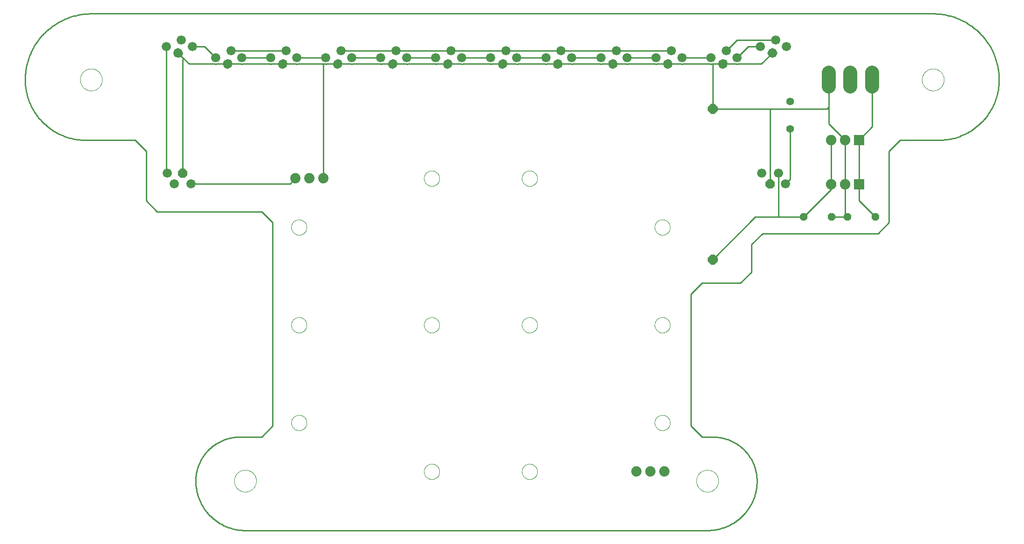
<source format=gtl>
G75*
%MOIN*%
%OFA0B0*%
%FSLAX25Y25*%
%IPPOS*%
%LPD*%
%AMOC8*
5,1,8,0,0,1.08239X$1,22.5*
%
%ADD10C,0.00000*%
%ADD11C,0.01000*%
%ADD12C,0.06600*%
%ADD13C,0.01320*%
%ADD14R,0.07520X0.07520*%
%ADD15C,0.07520*%
%ADD16OC8,0.06600*%
%ADD17C,0.10039*%
%ADD18OC8,0.05200*%
%ADD19OC8,0.07050*%
%ADD20C,0.05543*%
%ADD21C,0.07400*%
D10*
X0151106Y0036933D02*
X0151108Y0037126D01*
X0151115Y0037319D01*
X0151127Y0037512D01*
X0151144Y0037705D01*
X0151165Y0037897D01*
X0151191Y0038088D01*
X0151222Y0038279D01*
X0151257Y0038469D01*
X0151297Y0038658D01*
X0151342Y0038846D01*
X0151391Y0039033D01*
X0151445Y0039219D01*
X0151503Y0039403D01*
X0151566Y0039586D01*
X0151634Y0039767D01*
X0151705Y0039946D01*
X0151782Y0040124D01*
X0151862Y0040300D01*
X0151947Y0040473D01*
X0152036Y0040645D01*
X0152129Y0040814D01*
X0152226Y0040981D01*
X0152328Y0041146D01*
X0152433Y0041308D01*
X0152542Y0041467D01*
X0152656Y0041624D01*
X0152773Y0041777D01*
X0152893Y0041928D01*
X0153018Y0042076D01*
X0153146Y0042221D01*
X0153277Y0042362D01*
X0153412Y0042501D01*
X0153551Y0042636D01*
X0153692Y0042767D01*
X0153837Y0042895D01*
X0153985Y0043020D01*
X0154136Y0043140D01*
X0154289Y0043257D01*
X0154446Y0043371D01*
X0154605Y0043480D01*
X0154767Y0043585D01*
X0154932Y0043687D01*
X0155099Y0043784D01*
X0155268Y0043877D01*
X0155440Y0043966D01*
X0155613Y0044051D01*
X0155789Y0044131D01*
X0155967Y0044208D01*
X0156146Y0044279D01*
X0156327Y0044347D01*
X0156510Y0044410D01*
X0156694Y0044468D01*
X0156880Y0044522D01*
X0157067Y0044571D01*
X0157255Y0044616D01*
X0157444Y0044656D01*
X0157634Y0044691D01*
X0157825Y0044722D01*
X0158016Y0044748D01*
X0158208Y0044769D01*
X0158401Y0044786D01*
X0158594Y0044798D01*
X0158787Y0044805D01*
X0158980Y0044807D01*
X0159173Y0044805D01*
X0159366Y0044798D01*
X0159559Y0044786D01*
X0159752Y0044769D01*
X0159944Y0044748D01*
X0160135Y0044722D01*
X0160326Y0044691D01*
X0160516Y0044656D01*
X0160705Y0044616D01*
X0160893Y0044571D01*
X0161080Y0044522D01*
X0161266Y0044468D01*
X0161450Y0044410D01*
X0161633Y0044347D01*
X0161814Y0044279D01*
X0161993Y0044208D01*
X0162171Y0044131D01*
X0162347Y0044051D01*
X0162520Y0043966D01*
X0162692Y0043877D01*
X0162861Y0043784D01*
X0163028Y0043687D01*
X0163193Y0043585D01*
X0163355Y0043480D01*
X0163514Y0043371D01*
X0163671Y0043257D01*
X0163824Y0043140D01*
X0163975Y0043020D01*
X0164123Y0042895D01*
X0164268Y0042767D01*
X0164409Y0042636D01*
X0164548Y0042501D01*
X0164683Y0042362D01*
X0164814Y0042221D01*
X0164942Y0042076D01*
X0165067Y0041928D01*
X0165187Y0041777D01*
X0165304Y0041624D01*
X0165418Y0041467D01*
X0165527Y0041308D01*
X0165632Y0041146D01*
X0165734Y0040981D01*
X0165831Y0040814D01*
X0165924Y0040645D01*
X0166013Y0040473D01*
X0166098Y0040300D01*
X0166178Y0040124D01*
X0166255Y0039946D01*
X0166326Y0039767D01*
X0166394Y0039586D01*
X0166457Y0039403D01*
X0166515Y0039219D01*
X0166569Y0039033D01*
X0166618Y0038846D01*
X0166663Y0038658D01*
X0166703Y0038469D01*
X0166738Y0038279D01*
X0166769Y0038088D01*
X0166795Y0037897D01*
X0166816Y0037705D01*
X0166833Y0037512D01*
X0166845Y0037319D01*
X0166852Y0037126D01*
X0166854Y0036933D01*
X0166852Y0036740D01*
X0166845Y0036547D01*
X0166833Y0036354D01*
X0166816Y0036161D01*
X0166795Y0035969D01*
X0166769Y0035778D01*
X0166738Y0035587D01*
X0166703Y0035397D01*
X0166663Y0035208D01*
X0166618Y0035020D01*
X0166569Y0034833D01*
X0166515Y0034647D01*
X0166457Y0034463D01*
X0166394Y0034280D01*
X0166326Y0034099D01*
X0166255Y0033920D01*
X0166178Y0033742D01*
X0166098Y0033566D01*
X0166013Y0033393D01*
X0165924Y0033221D01*
X0165831Y0033052D01*
X0165734Y0032885D01*
X0165632Y0032720D01*
X0165527Y0032558D01*
X0165418Y0032399D01*
X0165304Y0032242D01*
X0165187Y0032089D01*
X0165067Y0031938D01*
X0164942Y0031790D01*
X0164814Y0031645D01*
X0164683Y0031504D01*
X0164548Y0031365D01*
X0164409Y0031230D01*
X0164268Y0031099D01*
X0164123Y0030971D01*
X0163975Y0030846D01*
X0163824Y0030726D01*
X0163671Y0030609D01*
X0163514Y0030495D01*
X0163355Y0030386D01*
X0163193Y0030281D01*
X0163028Y0030179D01*
X0162861Y0030082D01*
X0162692Y0029989D01*
X0162520Y0029900D01*
X0162347Y0029815D01*
X0162171Y0029735D01*
X0161993Y0029658D01*
X0161814Y0029587D01*
X0161633Y0029519D01*
X0161450Y0029456D01*
X0161266Y0029398D01*
X0161080Y0029344D01*
X0160893Y0029295D01*
X0160705Y0029250D01*
X0160516Y0029210D01*
X0160326Y0029175D01*
X0160135Y0029144D01*
X0159944Y0029118D01*
X0159752Y0029097D01*
X0159559Y0029080D01*
X0159366Y0029068D01*
X0159173Y0029061D01*
X0158980Y0029059D01*
X0158787Y0029061D01*
X0158594Y0029068D01*
X0158401Y0029080D01*
X0158208Y0029097D01*
X0158016Y0029118D01*
X0157825Y0029144D01*
X0157634Y0029175D01*
X0157444Y0029210D01*
X0157255Y0029250D01*
X0157067Y0029295D01*
X0156880Y0029344D01*
X0156694Y0029398D01*
X0156510Y0029456D01*
X0156327Y0029519D01*
X0156146Y0029587D01*
X0155967Y0029658D01*
X0155789Y0029735D01*
X0155613Y0029815D01*
X0155440Y0029900D01*
X0155268Y0029989D01*
X0155099Y0030082D01*
X0154932Y0030179D01*
X0154767Y0030281D01*
X0154605Y0030386D01*
X0154446Y0030495D01*
X0154289Y0030609D01*
X0154136Y0030726D01*
X0153985Y0030846D01*
X0153837Y0030971D01*
X0153692Y0031099D01*
X0153551Y0031230D01*
X0153412Y0031365D01*
X0153277Y0031504D01*
X0153146Y0031645D01*
X0153018Y0031790D01*
X0152893Y0031938D01*
X0152773Y0032089D01*
X0152656Y0032242D01*
X0152542Y0032399D01*
X0152433Y0032558D01*
X0152328Y0032720D01*
X0152226Y0032885D01*
X0152129Y0033052D01*
X0152036Y0033221D01*
X0151947Y0033393D01*
X0151862Y0033566D01*
X0151782Y0033742D01*
X0151705Y0033920D01*
X0151634Y0034099D01*
X0151566Y0034280D01*
X0151503Y0034463D01*
X0151445Y0034647D01*
X0151391Y0034833D01*
X0151342Y0035020D01*
X0151297Y0035208D01*
X0151257Y0035397D01*
X0151222Y0035587D01*
X0151191Y0035778D01*
X0151165Y0035969D01*
X0151144Y0036161D01*
X0151127Y0036354D01*
X0151115Y0036547D01*
X0151108Y0036740D01*
X0151106Y0036933D01*
X0191972Y0078587D02*
X0191974Y0078735D01*
X0191980Y0078883D01*
X0191990Y0079031D01*
X0192004Y0079178D01*
X0192022Y0079325D01*
X0192043Y0079471D01*
X0192069Y0079617D01*
X0192099Y0079762D01*
X0192132Y0079906D01*
X0192170Y0080049D01*
X0192211Y0080191D01*
X0192256Y0080332D01*
X0192304Y0080472D01*
X0192357Y0080611D01*
X0192413Y0080748D01*
X0192473Y0080883D01*
X0192536Y0081017D01*
X0192603Y0081149D01*
X0192674Y0081279D01*
X0192748Y0081407D01*
X0192825Y0081533D01*
X0192906Y0081657D01*
X0192990Y0081779D01*
X0193077Y0081898D01*
X0193168Y0082015D01*
X0193262Y0082130D01*
X0193358Y0082242D01*
X0193458Y0082352D01*
X0193560Y0082458D01*
X0193666Y0082562D01*
X0193774Y0082663D01*
X0193885Y0082761D01*
X0193998Y0082857D01*
X0194114Y0082949D01*
X0194232Y0083038D01*
X0194353Y0083123D01*
X0194476Y0083206D01*
X0194601Y0083285D01*
X0194728Y0083361D01*
X0194857Y0083433D01*
X0194988Y0083502D01*
X0195121Y0083567D01*
X0195256Y0083628D01*
X0195392Y0083686D01*
X0195529Y0083741D01*
X0195668Y0083791D01*
X0195809Y0083838D01*
X0195950Y0083881D01*
X0196093Y0083921D01*
X0196237Y0083956D01*
X0196381Y0083988D01*
X0196527Y0084015D01*
X0196673Y0084039D01*
X0196820Y0084059D01*
X0196967Y0084075D01*
X0197114Y0084087D01*
X0197262Y0084095D01*
X0197410Y0084099D01*
X0197558Y0084099D01*
X0197706Y0084095D01*
X0197854Y0084087D01*
X0198001Y0084075D01*
X0198148Y0084059D01*
X0198295Y0084039D01*
X0198441Y0084015D01*
X0198587Y0083988D01*
X0198731Y0083956D01*
X0198875Y0083921D01*
X0199018Y0083881D01*
X0199159Y0083838D01*
X0199300Y0083791D01*
X0199439Y0083741D01*
X0199576Y0083686D01*
X0199712Y0083628D01*
X0199847Y0083567D01*
X0199980Y0083502D01*
X0200111Y0083433D01*
X0200240Y0083361D01*
X0200367Y0083285D01*
X0200492Y0083206D01*
X0200615Y0083123D01*
X0200736Y0083038D01*
X0200854Y0082949D01*
X0200970Y0082857D01*
X0201083Y0082761D01*
X0201194Y0082663D01*
X0201302Y0082562D01*
X0201408Y0082458D01*
X0201510Y0082352D01*
X0201610Y0082242D01*
X0201706Y0082130D01*
X0201800Y0082015D01*
X0201891Y0081898D01*
X0201978Y0081779D01*
X0202062Y0081657D01*
X0202143Y0081533D01*
X0202220Y0081407D01*
X0202294Y0081279D01*
X0202365Y0081149D01*
X0202432Y0081017D01*
X0202495Y0080883D01*
X0202555Y0080748D01*
X0202611Y0080611D01*
X0202664Y0080472D01*
X0202712Y0080332D01*
X0202757Y0080191D01*
X0202798Y0080049D01*
X0202836Y0079906D01*
X0202869Y0079762D01*
X0202899Y0079617D01*
X0202925Y0079471D01*
X0202946Y0079325D01*
X0202964Y0079178D01*
X0202978Y0079031D01*
X0202988Y0078883D01*
X0202994Y0078735D01*
X0202996Y0078587D01*
X0202994Y0078439D01*
X0202988Y0078291D01*
X0202978Y0078143D01*
X0202964Y0077996D01*
X0202946Y0077849D01*
X0202925Y0077703D01*
X0202899Y0077557D01*
X0202869Y0077412D01*
X0202836Y0077268D01*
X0202798Y0077125D01*
X0202757Y0076983D01*
X0202712Y0076842D01*
X0202664Y0076702D01*
X0202611Y0076563D01*
X0202555Y0076426D01*
X0202495Y0076291D01*
X0202432Y0076157D01*
X0202365Y0076025D01*
X0202294Y0075895D01*
X0202220Y0075767D01*
X0202143Y0075641D01*
X0202062Y0075517D01*
X0201978Y0075395D01*
X0201891Y0075276D01*
X0201800Y0075159D01*
X0201706Y0075044D01*
X0201610Y0074932D01*
X0201510Y0074822D01*
X0201408Y0074716D01*
X0201302Y0074612D01*
X0201194Y0074511D01*
X0201083Y0074413D01*
X0200970Y0074317D01*
X0200854Y0074225D01*
X0200736Y0074136D01*
X0200615Y0074051D01*
X0200492Y0073968D01*
X0200367Y0073889D01*
X0200240Y0073813D01*
X0200111Y0073741D01*
X0199980Y0073672D01*
X0199847Y0073607D01*
X0199712Y0073546D01*
X0199576Y0073488D01*
X0199439Y0073433D01*
X0199300Y0073383D01*
X0199159Y0073336D01*
X0199018Y0073293D01*
X0198875Y0073253D01*
X0198731Y0073218D01*
X0198587Y0073186D01*
X0198441Y0073159D01*
X0198295Y0073135D01*
X0198148Y0073115D01*
X0198001Y0073099D01*
X0197854Y0073087D01*
X0197706Y0073079D01*
X0197558Y0073075D01*
X0197410Y0073075D01*
X0197262Y0073079D01*
X0197114Y0073087D01*
X0196967Y0073099D01*
X0196820Y0073115D01*
X0196673Y0073135D01*
X0196527Y0073159D01*
X0196381Y0073186D01*
X0196237Y0073218D01*
X0196093Y0073253D01*
X0195950Y0073293D01*
X0195809Y0073336D01*
X0195668Y0073383D01*
X0195529Y0073433D01*
X0195392Y0073488D01*
X0195256Y0073546D01*
X0195121Y0073607D01*
X0194988Y0073672D01*
X0194857Y0073741D01*
X0194728Y0073813D01*
X0194601Y0073889D01*
X0194476Y0073968D01*
X0194353Y0074051D01*
X0194232Y0074136D01*
X0194114Y0074225D01*
X0193998Y0074317D01*
X0193885Y0074413D01*
X0193774Y0074511D01*
X0193666Y0074612D01*
X0193560Y0074716D01*
X0193458Y0074822D01*
X0193358Y0074932D01*
X0193262Y0075044D01*
X0193168Y0075159D01*
X0193077Y0075276D01*
X0192990Y0075395D01*
X0192906Y0075517D01*
X0192825Y0075641D01*
X0192748Y0075767D01*
X0192674Y0075895D01*
X0192603Y0076025D01*
X0192536Y0076157D01*
X0192473Y0076291D01*
X0192413Y0076426D01*
X0192357Y0076563D01*
X0192304Y0076702D01*
X0192256Y0076842D01*
X0192211Y0076983D01*
X0192170Y0077125D01*
X0192132Y0077268D01*
X0192099Y0077412D01*
X0192069Y0077557D01*
X0192043Y0077703D01*
X0192022Y0077849D01*
X0192004Y0077996D01*
X0191990Y0078143D01*
X0191980Y0078291D01*
X0191974Y0078439D01*
X0191972Y0078587D01*
X0286972Y0043587D02*
X0286974Y0043735D01*
X0286980Y0043883D01*
X0286990Y0044031D01*
X0287004Y0044178D01*
X0287022Y0044325D01*
X0287043Y0044471D01*
X0287069Y0044617D01*
X0287099Y0044762D01*
X0287132Y0044906D01*
X0287170Y0045049D01*
X0287211Y0045191D01*
X0287256Y0045332D01*
X0287304Y0045472D01*
X0287357Y0045611D01*
X0287413Y0045748D01*
X0287473Y0045883D01*
X0287536Y0046017D01*
X0287603Y0046149D01*
X0287674Y0046279D01*
X0287748Y0046407D01*
X0287825Y0046533D01*
X0287906Y0046657D01*
X0287990Y0046779D01*
X0288077Y0046898D01*
X0288168Y0047015D01*
X0288262Y0047130D01*
X0288358Y0047242D01*
X0288458Y0047352D01*
X0288560Y0047458D01*
X0288666Y0047562D01*
X0288774Y0047663D01*
X0288885Y0047761D01*
X0288998Y0047857D01*
X0289114Y0047949D01*
X0289232Y0048038D01*
X0289353Y0048123D01*
X0289476Y0048206D01*
X0289601Y0048285D01*
X0289728Y0048361D01*
X0289857Y0048433D01*
X0289988Y0048502D01*
X0290121Y0048567D01*
X0290256Y0048628D01*
X0290392Y0048686D01*
X0290529Y0048741D01*
X0290668Y0048791D01*
X0290809Y0048838D01*
X0290950Y0048881D01*
X0291093Y0048921D01*
X0291237Y0048956D01*
X0291381Y0048988D01*
X0291527Y0049015D01*
X0291673Y0049039D01*
X0291820Y0049059D01*
X0291967Y0049075D01*
X0292114Y0049087D01*
X0292262Y0049095D01*
X0292410Y0049099D01*
X0292558Y0049099D01*
X0292706Y0049095D01*
X0292854Y0049087D01*
X0293001Y0049075D01*
X0293148Y0049059D01*
X0293295Y0049039D01*
X0293441Y0049015D01*
X0293587Y0048988D01*
X0293731Y0048956D01*
X0293875Y0048921D01*
X0294018Y0048881D01*
X0294159Y0048838D01*
X0294300Y0048791D01*
X0294439Y0048741D01*
X0294576Y0048686D01*
X0294712Y0048628D01*
X0294847Y0048567D01*
X0294980Y0048502D01*
X0295111Y0048433D01*
X0295240Y0048361D01*
X0295367Y0048285D01*
X0295492Y0048206D01*
X0295615Y0048123D01*
X0295736Y0048038D01*
X0295854Y0047949D01*
X0295970Y0047857D01*
X0296083Y0047761D01*
X0296194Y0047663D01*
X0296302Y0047562D01*
X0296408Y0047458D01*
X0296510Y0047352D01*
X0296610Y0047242D01*
X0296706Y0047130D01*
X0296800Y0047015D01*
X0296891Y0046898D01*
X0296978Y0046779D01*
X0297062Y0046657D01*
X0297143Y0046533D01*
X0297220Y0046407D01*
X0297294Y0046279D01*
X0297365Y0046149D01*
X0297432Y0046017D01*
X0297495Y0045883D01*
X0297555Y0045748D01*
X0297611Y0045611D01*
X0297664Y0045472D01*
X0297712Y0045332D01*
X0297757Y0045191D01*
X0297798Y0045049D01*
X0297836Y0044906D01*
X0297869Y0044762D01*
X0297899Y0044617D01*
X0297925Y0044471D01*
X0297946Y0044325D01*
X0297964Y0044178D01*
X0297978Y0044031D01*
X0297988Y0043883D01*
X0297994Y0043735D01*
X0297996Y0043587D01*
X0297994Y0043439D01*
X0297988Y0043291D01*
X0297978Y0043143D01*
X0297964Y0042996D01*
X0297946Y0042849D01*
X0297925Y0042703D01*
X0297899Y0042557D01*
X0297869Y0042412D01*
X0297836Y0042268D01*
X0297798Y0042125D01*
X0297757Y0041983D01*
X0297712Y0041842D01*
X0297664Y0041702D01*
X0297611Y0041563D01*
X0297555Y0041426D01*
X0297495Y0041291D01*
X0297432Y0041157D01*
X0297365Y0041025D01*
X0297294Y0040895D01*
X0297220Y0040767D01*
X0297143Y0040641D01*
X0297062Y0040517D01*
X0296978Y0040395D01*
X0296891Y0040276D01*
X0296800Y0040159D01*
X0296706Y0040044D01*
X0296610Y0039932D01*
X0296510Y0039822D01*
X0296408Y0039716D01*
X0296302Y0039612D01*
X0296194Y0039511D01*
X0296083Y0039413D01*
X0295970Y0039317D01*
X0295854Y0039225D01*
X0295736Y0039136D01*
X0295615Y0039051D01*
X0295492Y0038968D01*
X0295367Y0038889D01*
X0295240Y0038813D01*
X0295111Y0038741D01*
X0294980Y0038672D01*
X0294847Y0038607D01*
X0294712Y0038546D01*
X0294576Y0038488D01*
X0294439Y0038433D01*
X0294300Y0038383D01*
X0294159Y0038336D01*
X0294018Y0038293D01*
X0293875Y0038253D01*
X0293731Y0038218D01*
X0293587Y0038186D01*
X0293441Y0038159D01*
X0293295Y0038135D01*
X0293148Y0038115D01*
X0293001Y0038099D01*
X0292854Y0038087D01*
X0292706Y0038079D01*
X0292558Y0038075D01*
X0292410Y0038075D01*
X0292262Y0038079D01*
X0292114Y0038087D01*
X0291967Y0038099D01*
X0291820Y0038115D01*
X0291673Y0038135D01*
X0291527Y0038159D01*
X0291381Y0038186D01*
X0291237Y0038218D01*
X0291093Y0038253D01*
X0290950Y0038293D01*
X0290809Y0038336D01*
X0290668Y0038383D01*
X0290529Y0038433D01*
X0290392Y0038488D01*
X0290256Y0038546D01*
X0290121Y0038607D01*
X0289988Y0038672D01*
X0289857Y0038741D01*
X0289728Y0038813D01*
X0289601Y0038889D01*
X0289476Y0038968D01*
X0289353Y0039051D01*
X0289232Y0039136D01*
X0289114Y0039225D01*
X0288998Y0039317D01*
X0288885Y0039413D01*
X0288774Y0039511D01*
X0288666Y0039612D01*
X0288560Y0039716D01*
X0288458Y0039822D01*
X0288358Y0039932D01*
X0288262Y0040044D01*
X0288168Y0040159D01*
X0288077Y0040276D01*
X0287990Y0040395D01*
X0287906Y0040517D01*
X0287825Y0040641D01*
X0287748Y0040767D01*
X0287674Y0040895D01*
X0287603Y0041025D01*
X0287536Y0041157D01*
X0287473Y0041291D01*
X0287413Y0041426D01*
X0287357Y0041563D01*
X0287304Y0041702D01*
X0287256Y0041842D01*
X0287211Y0041983D01*
X0287170Y0042125D01*
X0287132Y0042268D01*
X0287099Y0042412D01*
X0287069Y0042557D01*
X0287043Y0042703D01*
X0287022Y0042849D01*
X0287004Y0042996D01*
X0286990Y0043143D01*
X0286980Y0043291D01*
X0286974Y0043439D01*
X0286972Y0043587D01*
X0356972Y0043587D02*
X0356974Y0043735D01*
X0356980Y0043883D01*
X0356990Y0044031D01*
X0357004Y0044178D01*
X0357022Y0044325D01*
X0357043Y0044471D01*
X0357069Y0044617D01*
X0357099Y0044762D01*
X0357132Y0044906D01*
X0357170Y0045049D01*
X0357211Y0045191D01*
X0357256Y0045332D01*
X0357304Y0045472D01*
X0357357Y0045611D01*
X0357413Y0045748D01*
X0357473Y0045883D01*
X0357536Y0046017D01*
X0357603Y0046149D01*
X0357674Y0046279D01*
X0357748Y0046407D01*
X0357825Y0046533D01*
X0357906Y0046657D01*
X0357990Y0046779D01*
X0358077Y0046898D01*
X0358168Y0047015D01*
X0358262Y0047130D01*
X0358358Y0047242D01*
X0358458Y0047352D01*
X0358560Y0047458D01*
X0358666Y0047562D01*
X0358774Y0047663D01*
X0358885Y0047761D01*
X0358998Y0047857D01*
X0359114Y0047949D01*
X0359232Y0048038D01*
X0359353Y0048123D01*
X0359476Y0048206D01*
X0359601Y0048285D01*
X0359728Y0048361D01*
X0359857Y0048433D01*
X0359988Y0048502D01*
X0360121Y0048567D01*
X0360256Y0048628D01*
X0360392Y0048686D01*
X0360529Y0048741D01*
X0360668Y0048791D01*
X0360809Y0048838D01*
X0360950Y0048881D01*
X0361093Y0048921D01*
X0361237Y0048956D01*
X0361381Y0048988D01*
X0361527Y0049015D01*
X0361673Y0049039D01*
X0361820Y0049059D01*
X0361967Y0049075D01*
X0362114Y0049087D01*
X0362262Y0049095D01*
X0362410Y0049099D01*
X0362558Y0049099D01*
X0362706Y0049095D01*
X0362854Y0049087D01*
X0363001Y0049075D01*
X0363148Y0049059D01*
X0363295Y0049039D01*
X0363441Y0049015D01*
X0363587Y0048988D01*
X0363731Y0048956D01*
X0363875Y0048921D01*
X0364018Y0048881D01*
X0364159Y0048838D01*
X0364300Y0048791D01*
X0364439Y0048741D01*
X0364576Y0048686D01*
X0364712Y0048628D01*
X0364847Y0048567D01*
X0364980Y0048502D01*
X0365111Y0048433D01*
X0365240Y0048361D01*
X0365367Y0048285D01*
X0365492Y0048206D01*
X0365615Y0048123D01*
X0365736Y0048038D01*
X0365854Y0047949D01*
X0365970Y0047857D01*
X0366083Y0047761D01*
X0366194Y0047663D01*
X0366302Y0047562D01*
X0366408Y0047458D01*
X0366510Y0047352D01*
X0366610Y0047242D01*
X0366706Y0047130D01*
X0366800Y0047015D01*
X0366891Y0046898D01*
X0366978Y0046779D01*
X0367062Y0046657D01*
X0367143Y0046533D01*
X0367220Y0046407D01*
X0367294Y0046279D01*
X0367365Y0046149D01*
X0367432Y0046017D01*
X0367495Y0045883D01*
X0367555Y0045748D01*
X0367611Y0045611D01*
X0367664Y0045472D01*
X0367712Y0045332D01*
X0367757Y0045191D01*
X0367798Y0045049D01*
X0367836Y0044906D01*
X0367869Y0044762D01*
X0367899Y0044617D01*
X0367925Y0044471D01*
X0367946Y0044325D01*
X0367964Y0044178D01*
X0367978Y0044031D01*
X0367988Y0043883D01*
X0367994Y0043735D01*
X0367996Y0043587D01*
X0367994Y0043439D01*
X0367988Y0043291D01*
X0367978Y0043143D01*
X0367964Y0042996D01*
X0367946Y0042849D01*
X0367925Y0042703D01*
X0367899Y0042557D01*
X0367869Y0042412D01*
X0367836Y0042268D01*
X0367798Y0042125D01*
X0367757Y0041983D01*
X0367712Y0041842D01*
X0367664Y0041702D01*
X0367611Y0041563D01*
X0367555Y0041426D01*
X0367495Y0041291D01*
X0367432Y0041157D01*
X0367365Y0041025D01*
X0367294Y0040895D01*
X0367220Y0040767D01*
X0367143Y0040641D01*
X0367062Y0040517D01*
X0366978Y0040395D01*
X0366891Y0040276D01*
X0366800Y0040159D01*
X0366706Y0040044D01*
X0366610Y0039932D01*
X0366510Y0039822D01*
X0366408Y0039716D01*
X0366302Y0039612D01*
X0366194Y0039511D01*
X0366083Y0039413D01*
X0365970Y0039317D01*
X0365854Y0039225D01*
X0365736Y0039136D01*
X0365615Y0039051D01*
X0365492Y0038968D01*
X0365367Y0038889D01*
X0365240Y0038813D01*
X0365111Y0038741D01*
X0364980Y0038672D01*
X0364847Y0038607D01*
X0364712Y0038546D01*
X0364576Y0038488D01*
X0364439Y0038433D01*
X0364300Y0038383D01*
X0364159Y0038336D01*
X0364018Y0038293D01*
X0363875Y0038253D01*
X0363731Y0038218D01*
X0363587Y0038186D01*
X0363441Y0038159D01*
X0363295Y0038135D01*
X0363148Y0038115D01*
X0363001Y0038099D01*
X0362854Y0038087D01*
X0362706Y0038079D01*
X0362558Y0038075D01*
X0362410Y0038075D01*
X0362262Y0038079D01*
X0362114Y0038087D01*
X0361967Y0038099D01*
X0361820Y0038115D01*
X0361673Y0038135D01*
X0361527Y0038159D01*
X0361381Y0038186D01*
X0361237Y0038218D01*
X0361093Y0038253D01*
X0360950Y0038293D01*
X0360809Y0038336D01*
X0360668Y0038383D01*
X0360529Y0038433D01*
X0360392Y0038488D01*
X0360256Y0038546D01*
X0360121Y0038607D01*
X0359988Y0038672D01*
X0359857Y0038741D01*
X0359728Y0038813D01*
X0359601Y0038889D01*
X0359476Y0038968D01*
X0359353Y0039051D01*
X0359232Y0039136D01*
X0359114Y0039225D01*
X0358998Y0039317D01*
X0358885Y0039413D01*
X0358774Y0039511D01*
X0358666Y0039612D01*
X0358560Y0039716D01*
X0358458Y0039822D01*
X0358358Y0039932D01*
X0358262Y0040044D01*
X0358168Y0040159D01*
X0358077Y0040276D01*
X0357990Y0040395D01*
X0357906Y0040517D01*
X0357825Y0040641D01*
X0357748Y0040767D01*
X0357674Y0040895D01*
X0357603Y0041025D01*
X0357536Y0041157D01*
X0357473Y0041291D01*
X0357413Y0041426D01*
X0357357Y0041563D01*
X0357304Y0041702D01*
X0357256Y0041842D01*
X0357211Y0041983D01*
X0357170Y0042125D01*
X0357132Y0042268D01*
X0357099Y0042412D01*
X0357069Y0042557D01*
X0357043Y0042703D01*
X0357022Y0042849D01*
X0357004Y0042996D01*
X0356990Y0043143D01*
X0356980Y0043291D01*
X0356974Y0043439D01*
X0356972Y0043587D01*
X0451972Y0078587D02*
X0451974Y0078735D01*
X0451980Y0078883D01*
X0451990Y0079031D01*
X0452004Y0079178D01*
X0452022Y0079325D01*
X0452043Y0079471D01*
X0452069Y0079617D01*
X0452099Y0079762D01*
X0452132Y0079906D01*
X0452170Y0080049D01*
X0452211Y0080191D01*
X0452256Y0080332D01*
X0452304Y0080472D01*
X0452357Y0080611D01*
X0452413Y0080748D01*
X0452473Y0080883D01*
X0452536Y0081017D01*
X0452603Y0081149D01*
X0452674Y0081279D01*
X0452748Y0081407D01*
X0452825Y0081533D01*
X0452906Y0081657D01*
X0452990Y0081779D01*
X0453077Y0081898D01*
X0453168Y0082015D01*
X0453262Y0082130D01*
X0453358Y0082242D01*
X0453458Y0082352D01*
X0453560Y0082458D01*
X0453666Y0082562D01*
X0453774Y0082663D01*
X0453885Y0082761D01*
X0453998Y0082857D01*
X0454114Y0082949D01*
X0454232Y0083038D01*
X0454353Y0083123D01*
X0454476Y0083206D01*
X0454601Y0083285D01*
X0454728Y0083361D01*
X0454857Y0083433D01*
X0454988Y0083502D01*
X0455121Y0083567D01*
X0455256Y0083628D01*
X0455392Y0083686D01*
X0455529Y0083741D01*
X0455668Y0083791D01*
X0455809Y0083838D01*
X0455950Y0083881D01*
X0456093Y0083921D01*
X0456237Y0083956D01*
X0456381Y0083988D01*
X0456527Y0084015D01*
X0456673Y0084039D01*
X0456820Y0084059D01*
X0456967Y0084075D01*
X0457114Y0084087D01*
X0457262Y0084095D01*
X0457410Y0084099D01*
X0457558Y0084099D01*
X0457706Y0084095D01*
X0457854Y0084087D01*
X0458001Y0084075D01*
X0458148Y0084059D01*
X0458295Y0084039D01*
X0458441Y0084015D01*
X0458587Y0083988D01*
X0458731Y0083956D01*
X0458875Y0083921D01*
X0459018Y0083881D01*
X0459159Y0083838D01*
X0459300Y0083791D01*
X0459439Y0083741D01*
X0459576Y0083686D01*
X0459712Y0083628D01*
X0459847Y0083567D01*
X0459980Y0083502D01*
X0460111Y0083433D01*
X0460240Y0083361D01*
X0460367Y0083285D01*
X0460492Y0083206D01*
X0460615Y0083123D01*
X0460736Y0083038D01*
X0460854Y0082949D01*
X0460970Y0082857D01*
X0461083Y0082761D01*
X0461194Y0082663D01*
X0461302Y0082562D01*
X0461408Y0082458D01*
X0461510Y0082352D01*
X0461610Y0082242D01*
X0461706Y0082130D01*
X0461800Y0082015D01*
X0461891Y0081898D01*
X0461978Y0081779D01*
X0462062Y0081657D01*
X0462143Y0081533D01*
X0462220Y0081407D01*
X0462294Y0081279D01*
X0462365Y0081149D01*
X0462432Y0081017D01*
X0462495Y0080883D01*
X0462555Y0080748D01*
X0462611Y0080611D01*
X0462664Y0080472D01*
X0462712Y0080332D01*
X0462757Y0080191D01*
X0462798Y0080049D01*
X0462836Y0079906D01*
X0462869Y0079762D01*
X0462899Y0079617D01*
X0462925Y0079471D01*
X0462946Y0079325D01*
X0462964Y0079178D01*
X0462978Y0079031D01*
X0462988Y0078883D01*
X0462994Y0078735D01*
X0462996Y0078587D01*
X0462994Y0078439D01*
X0462988Y0078291D01*
X0462978Y0078143D01*
X0462964Y0077996D01*
X0462946Y0077849D01*
X0462925Y0077703D01*
X0462899Y0077557D01*
X0462869Y0077412D01*
X0462836Y0077268D01*
X0462798Y0077125D01*
X0462757Y0076983D01*
X0462712Y0076842D01*
X0462664Y0076702D01*
X0462611Y0076563D01*
X0462555Y0076426D01*
X0462495Y0076291D01*
X0462432Y0076157D01*
X0462365Y0076025D01*
X0462294Y0075895D01*
X0462220Y0075767D01*
X0462143Y0075641D01*
X0462062Y0075517D01*
X0461978Y0075395D01*
X0461891Y0075276D01*
X0461800Y0075159D01*
X0461706Y0075044D01*
X0461610Y0074932D01*
X0461510Y0074822D01*
X0461408Y0074716D01*
X0461302Y0074612D01*
X0461194Y0074511D01*
X0461083Y0074413D01*
X0460970Y0074317D01*
X0460854Y0074225D01*
X0460736Y0074136D01*
X0460615Y0074051D01*
X0460492Y0073968D01*
X0460367Y0073889D01*
X0460240Y0073813D01*
X0460111Y0073741D01*
X0459980Y0073672D01*
X0459847Y0073607D01*
X0459712Y0073546D01*
X0459576Y0073488D01*
X0459439Y0073433D01*
X0459300Y0073383D01*
X0459159Y0073336D01*
X0459018Y0073293D01*
X0458875Y0073253D01*
X0458731Y0073218D01*
X0458587Y0073186D01*
X0458441Y0073159D01*
X0458295Y0073135D01*
X0458148Y0073115D01*
X0458001Y0073099D01*
X0457854Y0073087D01*
X0457706Y0073079D01*
X0457558Y0073075D01*
X0457410Y0073075D01*
X0457262Y0073079D01*
X0457114Y0073087D01*
X0456967Y0073099D01*
X0456820Y0073115D01*
X0456673Y0073135D01*
X0456527Y0073159D01*
X0456381Y0073186D01*
X0456237Y0073218D01*
X0456093Y0073253D01*
X0455950Y0073293D01*
X0455809Y0073336D01*
X0455668Y0073383D01*
X0455529Y0073433D01*
X0455392Y0073488D01*
X0455256Y0073546D01*
X0455121Y0073607D01*
X0454988Y0073672D01*
X0454857Y0073741D01*
X0454728Y0073813D01*
X0454601Y0073889D01*
X0454476Y0073968D01*
X0454353Y0074051D01*
X0454232Y0074136D01*
X0454114Y0074225D01*
X0453998Y0074317D01*
X0453885Y0074413D01*
X0453774Y0074511D01*
X0453666Y0074612D01*
X0453560Y0074716D01*
X0453458Y0074822D01*
X0453358Y0074932D01*
X0453262Y0075044D01*
X0453168Y0075159D01*
X0453077Y0075276D01*
X0452990Y0075395D01*
X0452906Y0075517D01*
X0452825Y0075641D01*
X0452748Y0075767D01*
X0452674Y0075895D01*
X0452603Y0076025D01*
X0452536Y0076157D01*
X0452473Y0076291D01*
X0452413Y0076426D01*
X0452357Y0076563D01*
X0452304Y0076702D01*
X0452256Y0076842D01*
X0452211Y0076983D01*
X0452170Y0077125D01*
X0452132Y0077268D01*
X0452099Y0077412D01*
X0452069Y0077557D01*
X0452043Y0077703D01*
X0452022Y0077849D01*
X0452004Y0077996D01*
X0451990Y0078143D01*
X0451980Y0078291D01*
X0451974Y0078439D01*
X0451972Y0078587D01*
X0481815Y0036933D02*
X0481817Y0037126D01*
X0481824Y0037319D01*
X0481836Y0037512D01*
X0481853Y0037705D01*
X0481874Y0037897D01*
X0481900Y0038088D01*
X0481931Y0038279D01*
X0481966Y0038469D01*
X0482006Y0038658D01*
X0482051Y0038846D01*
X0482100Y0039033D01*
X0482154Y0039219D01*
X0482212Y0039403D01*
X0482275Y0039586D01*
X0482343Y0039767D01*
X0482414Y0039946D01*
X0482491Y0040124D01*
X0482571Y0040300D01*
X0482656Y0040473D01*
X0482745Y0040645D01*
X0482838Y0040814D01*
X0482935Y0040981D01*
X0483037Y0041146D01*
X0483142Y0041308D01*
X0483251Y0041467D01*
X0483365Y0041624D01*
X0483482Y0041777D01*
X0483602Y0041928D01*
X0483727Y0042076D01*
X0483855Y0042221D01*
X0483986Y0042362D01*
X0484121Y0042501D01*
X0484260Y0042636D01*
X0484401Y0042767D01*
X0484546Y0042895D01*
X0484694Y0043020D01*
X0484845Y0043140D01*
X0484998Y0043257D01*
X0485155Y0043371D01*
X0485314Y0043480D01*
X0485476Y0043585D01*
X0485641Y0043687D01*
X0485808Y0043784D01*
X0485977Y0043877D01*
X0486149Y0043966D01*
X0486322Y0044051D01*
X0486498Y0044131D01*
X0486676Y0044208D01*
X0486855Y0044279D01*
X0487036Y0044347D01*
X0487219Y0044410D01*
X0487403Y0044468D01*
X0487589Y0044522D01*
X0487776Y0044571D01*
X0487964Y0044616D01*
X0488153Y0044656D01*
X0488343Y0044691D01*
X0488534Y0044722D01*
X0488725Y0044748D01*
X0488917Y0044769D01*
X0489110Y0044786D01*
X0489303Y0044798D01*
X0489496Y0044805D01*
X0489689Y0044807D01*
X0489882Y0044805D01*
X0490075Y0044798D01*
X0490268Y0044786D01*
X0490461Y0044769D01*
X0490653Y0044748D01*
X0490844Y0044722D01*
X0491035Y0044691D01*
X0491225Y0044656D01*
X0491414Y0044616D01*
X0491602Y0044571D01*
X0491789Y0044522D01*
X0491975Y0044468D01*
X0492159Y0044410D01*
X0492342Y0044347D01*
X0492523Y0044279D01*
X0492702Y0044208D01*
X0492880Y0044131D01*
X0493056Y0044051D01*
X0493229Y0043966D01*
X0493401Y0043877D01*
X0493570Y0043784D01*
X0493737Y0043687D01*
X0493902Y0043585D01*
X0494064Y0043480D01*
X0494223Y0043371D01*
X0494380Y0043257D01*
X0494533Y0043140D01*
X0494684Y0043020D01*
X0494832Y0042895D01*
X0494977Y0042767D01*
X0495118Y0042636D01*
X0495257Y0042501D01*
X0495392Y0042362D01*
X0495523Y0042221D01*
X0495651Y0042076D01*
X0495776Y0041928D01*
X0495896Y0041777D01*
X0496013Y0041624D01*
X0496127Y0041467D01*
X0496236Y0041308D01*
X0496341Y0041146D01*
X0496443Y0040981D01*
X0496540Y0040814D01*
X0496633Y0040645D01*
X0496722Y0040473D01*
X0496807Y0040300D01*
X0496887Y0040124D01*
X0496964Y0039946D01*
X0497035Y0039767D01*
X0497103Y0039586D01*
X0497166Y0039403D01*
X0497224Y0039219D01*
X0497278Y0039033D01*
X0497327Y0038846D01*
X0497372Y0038658D01*
X0497412Y0038469D01*
X0497447Y0038279D01*
X0497478Y0038088D01*
X0497504Y0037897D01*
X0497525Y0037705D01*
X0497542Y0037512D01*
X0497554Y0037319D01*
X0497561Y0037126D01*
X0497563Y0036933D01*
X0497561Y0036740D01*
X0497554Y0036547D01*
X0497542Y0036354D01*
X0497525Y0036161D01*
X0497504Y0035969D01*
X0497478Y0035778D01*
X0497447Y0035587D01*
X0497412Y0035397D01*
X0497372Y0035208D01*
X0497327Y0035020D01*
X0497278Y0034833D01*
X0497224Y0034647D01*
X0497166Y0034463D01*
X0497103Y0034280D01*
X0497035Y0034099D01*
X0496964Y0033920D01*
X0496887Y0033742D01*
X0496807Y0033566D01*
X0496722Y0033393D01*
X0496633Y0033221D01*
X0496540Y0033052D01*
X0496443Y0032885D01*
X0496341Y0032720D01*
X0496236Y0032558D01*
X0496127Y0032399D01*
X0496013Y0032242D01*
X0495896Y0032089D01*
X0495776Y0031938D01*
X0495651Y0031790D01*
X0495523Y0031645D01*
X0495392Y0031504D01*
X0495257Y0031365D01*
X0495118Y0031230D01*
X0494977Y0031099D01*
X0494832Y0030971D01*
X0494684Y0030846D01*
X0494533Y0030726D01*
X0494380Y0030609D01*
X0494223Y0030495D01*
X0494064Y0030386D01*
X0493902Y0030281D01*
X0493737Y0030179D01*
X0493570Y0030082D01*
X0493401Y0029989D01*
X0493229Y0029900D01*
X0493056Y0029815D01*
X0492880Y0029735D01*
X0492702Y0029658D01*
X0492523Y0029587D01*
X0492342Y0029519D01*
X0492159Y0029456D01*
X0491975Y0029398D01*
X0491789Y0029344D01*
X0491602Y0029295D01*
X0491414Y0029250D01*
X0491225Y0029210D01*
X0491035Y0029175D01*
X0490844Y0029144D01*
X0490653Y0029118D01*
X0490461Y0029097D01*
X0490268Y0029080D01*
X0490075Y0029068D01*
X0489882Y0029061D01*
X0489689Y0029059D01*
X0489496Y0029061D01*
X0489303Y0029068D01*
X0489110Y0029080D01*
X0488917Y0029097D01*
X0488725Y0029118D01*
X0488534Y0029144D01*
X0488343Y0029175D01*
X0488153Y0029210D01*
X0487964Y0029250D01*
X0487776Y0029295D01*
X0487589Y0029344D01*
X0487403Y0029398D01*
X0487219Y0029456D01*
X0487036Y0029519D01*
X0486855Y0029587D01*
X0486676Y0029658D01*
X0486498Y0029735D01*
X0486322Y0029815D01*
X0486149Y0029900D01*
X0485977Y0029989D01*
X0485808Y0030082D01*
X0485641Y0030179D01*
X0485476Y0030281D01*
X0485314Y0030386D01*
X0485155Y0030495D01*
X0484998Y0030609D01*
X0484845Y0030726D01*
X0484694Y0030846D01*
X0484546Y0030971D01*
X0484401Y0031099D01*
X0484260Y0031230D01*
X0484121Y0031365D01*
X0483986Y0031504D01*
X0483855Y0031645D01*
X0483727Y0031790D01*
X0483602Y0031938D01*
X0483482Y0032089D01*
X0483365Y0032242D01*
X0483251Y0032399D01*
X0483142Y0032558D01*
X0483037Y0032720D01*
X0482935Y0032885D01*
X0482838Y0033052D01*
X0482745Y0033221D01*
X0482656Y0033393D01*
X0482571Y0033566D01*
X0482491Y0033742D01*
X0482414Y0033920D01*
X0482343Y0034099D01*
X0482275Y0034280D01*
X0482212Y0034463D01*
X0482154Y0034647D01*
X0482100Y0034833D01*
X0482051Y0035020D01*
X0482006Y0035208D01*
X0481966Y0035397D01*
X0481931Y0035587D01*
X0481900Y0035778D01*
X0481874Y0035969D01*
X0481853Y0036161D01*
X0481836Y0036354D01*
X0481824Y0036547D01*
X0481817Y0036740D01*
X0481815Y0036933D01*
X0451972Y0148587D02*
X0451974Y0148735D01*
X0451980Y0148883D01*
X0451990Y0149031D01*
X0452004Y0149178D01*
X0452022Y0149325D01*
X0452043Y0149471D01*
X0452069Y0149617D01*
X0452099Y0149762D01*
X0452132Y0149906D01*
X0452170Y0150049D01*
X0452211Y0150191D01*
X0452256Y0150332D01*
X0452304Y0150472D01*
X0452357Y0150611D01*
X0452413Y0150748D01*
X0452473Y0150883D01*
X0452536Y0151017D01*
X0452603Y0151149D01*
X0452674Y0151279D01*
X0452748Y0151407D01*
X0452825Y0151533D01*
X0452906Y0151657D01*
X0452990Y0151779D01*
X0453077Y0151898D01*
X0453168Y0152015D01*
X0453262Y0152130D01*
X0453358Y0152242D01*
X0453458Y0152352D01*
X0453560Y0152458D01*
X0453666Y0152562D01*
X0453774Y0152663D01*
X0453885Y0152761D01*
X0453998Y0152857D01*
X0454114Y0152949D01*
X0454232Y0153038D01*
X0454353Y0153123D01*
X0454476Y0153206D01*
X0454601Y0153285D01*
X0454728Y0153361D01*
X0454857Y0153433D01*
X0454988Y0153502D01*
X0455121Y0153567D01*
X0455256Y0153628D01*
X0455392Y0153686D01*
X0455529Y0153741D01*
X0455668Y0153791D01*
X0455809Y0153838D01*
X0455950Y0153881D01*
X0456093Y0153921D01*
X0456237Y0153956D01*
X0456381Y0153988D01*
X0456527Y0154015D01*
X0456673Y0154039D01*
X0456820Y0154059D01*
X0456967Y0154075D01*
X0457114Y0154087D01*
X0457262Y0154095D01*
X0457410Y0154099D01*
X0457558Y0154099D01*
X0457706Y0154095D01*
X0457854Y0154087D01*
X0458001Y0154075D01*
X0458148Y0154059D01*
X0458295Y0154039D01*
X0458441Y0154015D01*
X0458587Y0153988D01*
X0458731Y0153956D01*
X0458875Y0153921D01*
X0459018Y0153881D01*
X0459159Y0153838D01*
X0459300Y0153791D01*
X0459439Y0153741D01*
X0459576Y0153686D01*
X0459712Y0153628D01*
X0459847Y0153567D01*
X0459980Y0153502D01*
X0460111Y0153433D01*
X0460240Y0153361D01*
X0460367Y0153285D01*
X0460492Y0153206D01*
X0460615Y0153123D01*
X0460736Y0153038D01*
X0460854Y0152949D01*
X0460970Y0152857D01*
X0461083Y0152761D01*
X0461194Y0152663D01*
X0461302Y0152562D01*
X0461408Y0152458D01*
X0461510Y0152352D01*
X0461610Y0152242D01*
X0461706Y0152130D01*
X0461800Y0152015D01*
X0461891Y0151898D01*
X0461978Y0151779D01*
X0462062Y0151657D01*
X0462143Y0151533D01*
X0462220Y0151407D01*
X0462294Y0151279D01*
X0462365Y0151149D01*
X0462432Y0151017D01*
X0462495Y0150883D01*
X0462555Y0150748D01*
X0462611Y0150611D01*
X0462664Y0150472D01*
X0462712Y0150332D01*
X0462757Y0150191D01*
X0462798Y0150049D01*
X0462836Y0149906D01*
X0462869Y0149762D01*
X0462899Y0149617D01*
X0462925Y0149471D01*
X0462946Y0149325D01*
X0462964Y0149178D01*
X0462978Y0149031D01*
X0462988Y0148883D01*
X0462994Y0148735D01*
X0462996Y0148587D01*
X0462994Y0148439D01*
X0462988Y0148291D01*
X0462978Y0148143D01*
X0462964Y0147996D01*
X0462946Y0147849D01*
X0462925Y0147703D01*
X0462899Y0147557D01*
X0462869Y0147412D01*
X0462836Y0147268D01*
X0462798Y0147125D01*
X0462757Y0146983D01*
X0462712Y0146842D01*
X0462664Y0146702D01*
X0462611Y0146563D01*
X0462555Y0146426D01*
X0462495Y0146291D01*
X0462432Y0146157D01*
X0462365Y0146025D01*
X0462294Y0145895D01*
X0462220Y0145767D01*
X0462143Y0145641D01*
X0462062Y0145517D01*
X0461978Y0145395D01*
X0461891Y0145276D01*
X0461800Y0145159D01*
X0461706Y0145044D01*
X0461610Y0144932D01*
X0461510Y0144822D01*
X0461408Y0144716D01*
X0461302Y0144612D01*
X0461194Y0144511D01*
X0461083Y0144413D01*
X0460970Y0144317D01*
X0460854Y0144225D01*
X0460736Y0144136D01*
X0460615Y0144051D01*
X0460492Y0143968D01*
X0460367Y0143889D01*
X0460240Y0143813D01*
X0460111Y0143741D01*
X0459980Y0143672D01*
X0459847Y0143607D01*
X0459712Y0143546D01*
X0459576Y0143488D01*
X0459439Y0143433D01*
X0459300Y0143383D01*
X0459159Y0143336D01*
X0459018Y0143293D01*
X0458875Y0143253D01*
X0458731Y0143218D01*
X0458587Y0143186D01*
X0458441Y0143159D01*
X0458295Y0143135D01*
X0458148Y0143115D01*
X0458001Y0143099D01*
X0457854Y0143087D01*
X0457706Y0143079D01*
X0457558Y0143075D01*
X0457410Y0143075D01*
X0457262Y0143079D01*
X0457114Y0143087D01*
X0456967Y0143099D01*
X0456820Y0143115D01*
X0456673Y0143135D01*
X0456527Y0143159D01*
X0456381Y0143186D01*
X0456237Y0143218D01*
X0456093Y0143253D01*
X0455950Y0143293D01*
X0455809Y0143336D01*
X0455668Y0143383D01*
X0455529Y0143433D01*
X0455392Y0143488D01*
X0455256Y0143546D01*
X0455121Y0143607D01*
X0454988Y0143672D01*
X0454857Y0143741D01*
X0454728Y0143813D01*
X0454601Y0143889D01*
X0454476Y0143968D01*
X0454353Y0144051D01*
X0454232Y0144136D01*
X0454114Y0144225D01*
X0453998Y0144317D01*
X0453885Y0144413D01*
X0453774Y0144511D01*
X0453666Y0144612D01*
X0453560Y0144716D01*
X0453458Y0144822D01*
X0453358Y0144932D01*
X0453262Y0145044D01*
X0453168Y0145159D01*
X0453077Y0145276D01*
X0452990Y0145395D01*
X0452906Y0145517D01*
X0452825Y0145641D01*
X0452748Y0145767D01*
X0452674Y0145895D01*
X0452603Y0146025D01*
X0452536Y0146157D01*
X0452473Y0146291D01*
X0452413Y0146426D01*
X0452357Y0146563D01*
X0452304Y0146702D01*
X0452256Y0146842D01*
X0452211Y0146983D01*
X0452170Y0147125D01*
X0452132Y0147268D01*
X0452099Y0147412D01*
X0452069Y0147557D01*
X0452043Y0147703D01*
X0452022Y0147849D01*
X0452004Y0147996D01*
X0451990Y0148143D01*
X0451980Y0148291D01*
X0451974Y0148439D01*
X0451972Y0148587D01*
X0356972Y0148587D02*
X0356974Y0148735D01*
X0356980Y0148883D01*
X0356990Y0149031D01*
X0357004Y0149178D01*
X0357022Y0149325D01*
X0357043Y0149471D01*
X0357069Y0149617D01*
X0357099Y0149762D01*
X0357132Y0149906D01*
X0357170Y0150049D01*
X0357211Y0150191D01*
X0357256Y0150332D01*
X0357304Y0150472D01*
X0357357Y0150611D01*
X0357413Y0150748D01*
X0357473Y0150883D01*
X0357536Y0151017D01*
X0357603Y0151149D01*
X0357674Y0151279D01*
X0357748Y0151407D01*
X0357825Y0151533D01*
X0357906Y0151657D01*
X0357990Y0151779D01*
X0358077Y0151898D01*
X0358168Y0152015D01*
X0358262Y0152130D01*
X0358358Y0152242D01*
X0358458Y0152352D01*
X0358560Y0152458D01*
X0358666Y0152562D01*
X0358774Y0152663D01*
X0358885Y0152761D01*
X0358998Y0152857D01*
X0359114Y0152949D01*
X0359232Y0153038D01*
X0359353Y0153123D01*
X0359476Y0153206D01*
X0359601Y0153285D01*
X0359728Y0153361D01*
X0359857Y0153433D01*
X0359988Y0153502D01*
X0360121Y0153567D01*
X0360256Y0153628D01*
X0360392Y0153686D01*
X0360529Y0153741D01*
X0360668Y0153791D01*
X0360809Y0153838D01*
X0360950Y0153881D01*
X0361093Y0153921D01*
X0361237Y0153956D01*
X0361381Y0153988D01*
X0361527Y0154015D01*
X0361673Y0154039D01*
X0361820Y0154059D01*
X0361967Y0154075D01*
X0362114Y0154087D01*
X0362262Y0154095D01*
X0362410Y0154099D01*
X0362558Y0154099D01*
X0362706Y0154095D01*
X0362854Y0154087D01*
X0363001Y0154075D01*
X0363148Y0154059D01*
X0363295Y0154039D01*
X0363441Y0154015D01*
X0363587Y0153988D01*
X0363731Y0153956D01*
X0363875Y0153921D01*
X0364018Y0153881D01*
X0364159Y0153838D01*
X0364300Y0153791D01*
X0364439Y0153741D01*
X0364576Y0153686D01*
X0364712Y0153628D01*
X0364847Y0153567D01*
X0364980Y0153502D01*
X0365111Y0153433D01*
X0365240Y0153361D01*
X0365367Y0153285D01*
X0365492Y0153206D01*
X0365615Y0153123D01*
X0365736Y0153038D01*
X0365854Y0152949D01*
X0365970Y0152857D01*
X0366083Y0152761D01*
X0366194Y0152663D01*
X0366302Y0152562D01*
X0366408Y0152458D01*
X0366510Y0152352D01*
X0366610Y0152242D01*
X0366706Y0152130D01*
X0366800Y0152015D01*
X0366891Y0151898D01*
X0366978Y0151779D01*
X0367062Y0151657D01*
X0367143Y0151533D01*
X0367220Y0151407D01*
X0367294Y0151279D01*
X0367365Y0151149D01*
X0367432Y0151017D01*
X0367495Y0150883D01*
X0367555Y0150748D01*
X0367611Y0150611D01*
X0367664Y0150472D01*
X0367712Y0150332D01*
X0367757Y0150191D01*
X0367798Y0150049D01*
X0367836Y0149906D01*
X0367869Y0149762D01*
X0367899Y0149617D01*
X0367925Y0149471D01*
X0367946Y0149325D01*
X0367964Y0149178D01*
X0367978Y0149031D01*
X0367988Y0148883D01*
X0367994Y0148735D01*
X0367996Y0148587D01*
X0367994Y0148439D01*
X0367988Y0148291D01*
X0367978Y0148143D01*
X0367964Y0147996D01*
X0367946Y0147849D01*
X0367925Y0147703D01*
X0367899Y0147557D01*
X0367869Y0147412D01*
X0367836Y0147268D01*
X0367798Y0147125D01*
X0367757Y0146983D01*
X0367712Y0146842D01*
X0367664Y0146702D01*
X0367611Y0146563D01*
X0367555Y0146426D01*
X0367495Y0146291D01*
X0367432Y0146157D01*
X0367365Y0146025D01*
X0367294Y0145895D01*
X0367220Y0145767D01*
X0367143Y0145641D01*
X0367062Y0145517D01*
X0366978Y0145395D01*
X0366891Y0145276D01*
X0366800Y0145159D01*
X0366706Y0145044D01*
X0366610Y0144932D01*
X0366510Y0144822D01*
X0366408Y0144716D01*
X0366302Y0144612D01*
X0366194Y0144511D01*
X0366083Y0144413D01*
X0365970Y0144317D01*
X0365854Y0144225D01*
X0365736Y0144136D01*
X0365615Y0144051D01*
X0365492Y0143968D01*
X0365367Y0143889D01*
X0365240Y0143813D01*
X0365111Y0143741D01*
X0364980Y0143672D01*
X0364847Y0143607D01*
X0364712Y0143546D01*
X0364576Y0143488D01*
X0364439Y0143433D01*
X0364300Y0143383D01*
X0364159Y0143336D01*
X0364018Y0143293D01*
X0363875Y0143253D01*
X0363731Y0143218D01*
X0363587Y0143186D01*
X0363441Y0143159D01*
X0363295Y0143135D01*
X0363148Y0143115D01*
X0363001Y0143099D01*
X0362854Y0143087D01*
X0362706Y0143079D01*
X0362558Y0143075D01*
X0362410Y0143075D01*
X0362262Y0143079D01*
X0362114Y0143087D01*
X0361967Y0143099D01*
X0361820Y0143115D01*
X0361673Y0143135D01*
X0361527Y0143159D01*
X0361381Y0143186D01*
X0361237Y0143218D01*
X0361093Y0143253D01*
X0360950Y0143293D01*
X0360809Y0143336D01*
X0360668Y0143383D01*
X0360529Y0143433D01*
X0360392Y0143488D01*
X0360256Y0143546D01*
X0360121Y0143607D01*
X0359988Y0143672D01*
X0359857Y0143741D01*
X0359728Y0143813D01*
X0359601Y0143889D01*
X0359476Y0143968D01*
X0359353Y0144051D01*
X0359232Y0144136D01*
X0359114Y0144225D01*
X0358998Y0144317D01*
X0358885Y0144413D01*
X0358774Y0144511D01*
X0358666Y0144612D01*
X0358560Y0144716D01*
X0358458Y0144822D01*
X0358358Y0144932D01*
X0358262Y0145044D01*
X0358168Y0145159D01*
X0358077Y0145276D01*
X0357990Y0145395D01*
X0357906Y0145517D01*
X0357825Y0145641D01*
X0357748Y0145767D01*
X0357674Y0145895D01*
X0357603Y0146025D01*
X0357536Y0146157D01*
X0357473Y0146291D01*
X0357413Y0146426D01*
X0357357Y0146563D01*
X0357304Y0146702D01*
X0357256Y0146842D01*
X0357211Y0146983D01*
X0357170Y0147125D01*
X0357132Y0147268D01*
X0357099Y0147412D01*
X0357069Y0147557D01*
X0357043Y0147703D01*
X0357022Y0147849D01*
X0357004Y0147996D01*
X0356990Y0148143D01*
X0356980Y0148291D01*
X0356974Y0148439D01*
X0356972Y0148587D01*
X0286972Y0148587D02*
X0286974Y0148735D01*
X0286980Y0148883D01*
X0286990Y0149031D01*
X0287004Y0149178D01*
X0287022Y0149325D01*
X0287043Y0149471D01*
X0287069Y0149617D01*
X0287099Y0149762D01*
X0287132Y0149906D01*
X0287170Y0150049D01*
X0287211Y0150191D01*
X0287256Y0150332D01*
X0287304Y0150472D01*
X0287357Y0150611D01*
X0287413Y0150748D01*
X0287473Y0150883D01*
X0287536Y0151017D01*
X0287603Y0151149D01*
X0287674Y0151279D01*
X0287748Y0151407D01*
X0287825Y0151533D01*
X0287906Y0151657D01*
X0287990Y0151779D01*
X0288077Y0151898D01*
X0288168Y0152015D01*
X0288262Y0152130D01*
X0288358Y0152242D01*
X0288458Y0152352D01*
X0288560Y0152458D01*
X0288666Y0152562D01*
X0288774Y0152663D01*
X0288885Y0152761D01*
X0288998Y0152857D01*
X0289114Y0152949D01*
X0289232Y0153038D01*
X0289353Y0153123D01*
X0289476Y0153206D01*
X0289601Y0153285D01*
X0289728Y0153361D01*
X0289857Y0153433D01*
X0289988Y0153502D01*
X0290121Y0153567D01*
X0290256Y0153628D01*
X0290392Y0153686D01*
X0290529Y0153741D01*
X0290668Y0153791D01*
X0290809Y0153838D01*
X0290950Y0153881D01*
X0291093Y0153921D01*
X0291237Y0153956D01*
X0291381Y0153988D01*
X0291527Y0154015D01*
X0291673Y0154039D01*
X0291820Y0154059D01*
X0291967Y0154075D01*
X0292114Y0154087D01*
X0292262Y0154095D01*
X0292410Y0154099D01*
X0292558Y0154099D01*
X0292706Y0154095D01*
X0292854Y0154087D01*
X0293001Y0154075D01*
X0293148Y0154059D01*
X0293295Y0154039D01*
X0293441Y0154015D01*
X0293587Y0153988D01*
X0293731Y0153956D01*
X0293875Y0153921D01*
X0294018Y0153881D01*
X0294159Y0153838D01*
X0294300Y0153791D01*
X0294439Y0153741D01*
X0294576Y0153686D01*
X0294712Y0153628D01*
X0294847Y0153567D01*
X0294980Y0153502D01*
X0295111Y0153433D01*
X0295240Y0153361D01*
X0295367Y0153285D01*
X0295492Y0153206D01*
X0295615Y0153123D01*
X0295736Y0153038D01*
X0295854Y0152949D01*
X0295970Y0152857D01*
X0296083Y0152761D01*
X0296194Y0152663D01*
X0296302Y0152562D01*
X0296408Y0152458D01*
X0296510Y0152352D01*
X0296610Y0152242D01*
X0296706Y0152130D01*
X0296800Y0152015D01*
X0296891Y0151898D01*
X0296978Y0151779D01*
X0297062Y0151657D01*
X0297143Y0151533D01*
X0297220Y0151407D01*
X0297294Y0151279D01*
X0297365Y0151149D01*
X0297432Y0151017D01*
X0297495Y0150883D01*
X0297555Y0150748D01*
X0297611Y0150611D01*
X0297664Y0150472D01*
X0297712Y0150332D01*
X0297757Y0150191D01*
X0297798Y0150049D01*
X0297836Y0149906D01*
X0297869Y0149762D01*
X0297899Y0149617D01*
X0297925Y0149471D01*
X0297946Y0149325D01*
X0297964Y0149178D01*
X0297978Y0149031D01*
X0297988Y0148883D01*
X0297994Y0148735D01*
X0297996Y0148587D01*
X0297994Y0148439D01*
X0297988Y0148291D01*
X0297978Y0148143D01*
X0297964Y0147996D01*
X0297946Y0147849D01*
X0297925Y0147703D01*
X0297899Y0147557D01*
X0297869Y0147412D01*
X0297836Y0147268D01*
X0297798Y0147125D01*
X0297757Y0146983D01*
X0297712Y0146842D01*
X0297664Y0146702D01*
X0297611Y0146563D01*
X0297555Y0146426D01*
X0297495Y0146291D01*
X0297432Y0146157D01*
X0297365Y0146025D01*
X0297294Y0145895D01*
X0297220Y0145767D01*
X0297143Y0145641D01*
X0297062Y0145517D01*
X0296978Y0145395D01*
X0296891Y0145276D01*
X0296800Y0145159D01*
X0296706Y0145044D01*
X0296610Y0144932D01*
X0296510Y0144822D01*
X0296408Y0144716D01*
X0296302Y0144612D01*
X0296194Y0144511D01*
X0296083Y0144413D01*
X0295970Y0144317D01*
X0295854Y0144225D01*
X0295736Y0144136D01*
X0295615Y0144051D01*
X0295492Y0143968D01*
X0295367Y0143889D01*
X0295240Y0143813D01*
X0295111Y0143741D01*
X0294980Y0143672D01*
X0294847Y0143607D01*
X0294712Y0143546D01*
X0294576Y0143488D01*
X0294439Y0143433D01*
X0294300Y0143383D01*
X0294159Y0143336D01*
X0294018Y0143293D01*
X0293875Y0143253D01*
X0293731Y0143218D01*
X0293587Y0143186D01*
X0293441Y0143159D01*
X0293295Y0143135D01*
X0293148Y0143115D01*
X0293001Y0143099D01*
X0292854Y0143087D01*
X0292706Y0143079D01*
X0292558Y0143075D01*
X0292410Y0143075D01*
X0292262Y0143079D01*
X0292114Y0143087D01*
X0291967Y0143099D01*
X0291820Y0143115D01*
X0291673Y0143135D01*
X0291527Y0143159D01*
X0291381Y0143186D01*
X0291237Y0143218D01*
X0291093Y0143253D01*
X0290950Y0143293D01*
X0290809Y0143336D01*
X0290668Y0143383D01*
X0290529Y0143433D01*
X0290392Y0143488D01*
X0290256Y0143546D01*
X0290121Y0143607D01*
X0289988Y0143672D01*
X0289857Y0143741D01*
X0289728Y0143813D01*
X0289601Y0143889D01*
X0289476Y0143968D01*
X0289353Y0144051D01*
X0289232Y0144136D01*
X0289114Y0144225D01*
X0288998Y0144317D01*
X0288885Y0144413D01*
X0288774Y0144511D01*
X0288666Y0144612D01*
X0288560Y0144716D01*
X0288458Y0144822D01*
X0288358Y0144932D01*
X0288262Y0145044D01*
X0288168Y0145159D01*
X0288077Y0145276D01*
X0287990Y0145395D01*
X0287906Y0145517D01*
X0287825Y0145641D01*
X0287748Y0145767D01*
X0287674Y0145895D01*
X0287603Y0146025D01*
X0287536Y0146157D01*
X0287473Y0146291D01*
X0287413Y0146426D01*
X0287357Y0146563D01*
X0287304Y0146702D01*
X0287256Y0146842D01*
X0287211Y0146983D01*
X0287170Y0147125D01*
X0287132Y0147268D01*
X0287099Y0147412D01*
X0287069Y0147557D01*
X0287043Y0147703D01*
X0287022Y0147849D01*
X0287004Y0147996D01*
X0286990Y0148143D01*
X0286980Y0148291D01*
X0286974Y0148439D01*
X0286972Y0148587D01*
X0191972Y0148587D02*
X0191974Y0148735D01*
X0191980Y0148883D01*
X0191990Y0149031D01*
X0192004Y0149178D01*
X0192022Y0149325D01*
X0192043Y0149471D01*
X0192069Y0149617D01*
X0192099Y0149762D01*
X0192132Y0149906D01*
X0192170Y0150049D01*
X0192211Y0150191D01*
X0192256Y0150332D01*
X0192304Y0150472D01*
X0192357Y0150611D01*
X0192413Y0150748D01*
X0192473Y0150883D01*
X0192536Y0151017D01*
X0192603Y0151149D01*
X0192674Y0151279D01*
X0192748Y0151407D01*
X0192825Y0151533D01*
X0192906Y0151657D01*
X0192990Y0151779D01*
X0193077Y0151898D01*
X0193168Y0152015D01*
X0193262Y0152130D01*
X0193358Y0152242D01*
X0193458Y0152352D01*
X0193560Y0152458D01*
X0193666Y0152562D01*
X0193774Y0152663D01*
X0193885Y0152761D01*
X0193998Y0152857D01*
X0194114Y0152949D01*
X0194232Y0153038D01*
X0194353Y0153123D01*
X0194476Y0153206D01*
X0194601Y0153285D01*
X0194728Y0153361D01*
X0194857Y0153433D01*
X0194988Y0153502D01*
X0195121Y0153567D01*
X0195256Y0153628D01*
X0195392Y0153686D01*
X0195529Y0153741D01*
X0195668Y0153791D01*
X0195809Y0153838D01*
X0195950Y0153881D01*
X0196093Y0153921D01*
X0196237Y0153956D01*
X0196381Y0153988D01*
X0196527Y0154015D01*
X0196673Y0154039D01*
X0196820Y0154059D01*
X0196967Y0154075D01*
X0197114Y0154087D01*
X0197262Y0154095D01*
X0197410Y0154099D01*
X0197558Y0154099D01*
X0197706Y0154095D01*
X0197854Y0154087D01*
X0198001Y0154075D01*
X0198148Y0154059D01*
X0198295Y0154039D01*
X0198441Y0154015D01*
X0198587Y0153988D01*
X0198731Y0153956D01*
X0198875Y0153921D01*
X0199018Y0153881D01*
X0199159Y0153838D01*
X0199300Y0153791D01*
X0199439Y0153741D01*
X0199576Y0153686D01*
X0199712Y0153628D01*
X0199847Y0153567D01*
X0199980Y0153502D01*
X0200111Y0153433D01*
X0200240Y0153361D01*
X0200367Y0153285D01*
X0200492Y0153206D01*
X0200615Y0153123D01*
X0200736Y0153038D01*
X0200854Y0152949D01*
X0200970Y0152857D01*
X0201083Y0152761D01*
X0201194Y0152663D01*
X0201302Y0152562D01*
X0201408Y0152458D01*
X0201510Y0152352D01*
X0201610Y0152242D01*
X0201706Y0152130D01*
X0201800Y0152015D01*
X0201891Y0151898D01*
X0201978Y0151779D01*
X0202062Y0151657D01*
X0202143Y0151533D01*
X0202220Y0151407D01*
X0202294Y0151279D01*
X0202365Y0151149D01*
X0202432Y0151017D01*
X0202495Y0150883D01*
X0202555Y0150748D01*
X0202611Y0150611D01*
X0202664Y0150472D01*
X0202712Y0150332D01*
X0202757Y0150191D01*
X0202798Y0150049D01*
X0202836Y0149906D01*
X0202869Y0149762D01*
X0202899Y0149617D01*
X0202925Y0149471D01*
X0202946Y0149325D01*
X0202964Y0149178D01*
X0202978Y0149031D01*
X0202988Y0148883D01*
X0202994Y0148735D01*
X0202996Y0148587D01*
X0202994Y0148439D01*
X0202988Y0148291D01*
X0202978Y0148143D01*
X0202964Y0147996D01*
X0202946Y0147849D01*
X0202925Y0147703D01*
X0202899Y0147557D01*
X0202869Y0147412D01*
X0202836Y0147268D01*
X0202798Y0147125D01*
X0202757Y0146983D01*
X0202712Y0146842D01*
X0202664Y0146702D01*
X0202611Y0146563D01*
X0202555Y0146426D01*
X0202495Y0146291D01*
X0202432Y0146157D01*
X0202365Y0146025D01*
X0202294Y0145895D01*
X0202220Y0145767D01*
X0202143Y0145641D01*
X0202062Y0145517D01*
X0201978Y0145395D01*
X0201891Y0145276D01*
X0201800Y0145159D01*
X0201706Y0145044D01*
X0201610Y0144932D01*
X0201510Y0144822D01*
X0201408Y0144716D01*
X0201302Y0144612D01*
X0201194Y0144511D01*
X0201083Y0144413D01*
X0200970Y0144317D01*
X0200854Y0144225D01*
X0200736Y0144136D01*
X0200615Y0144051D01*
X0200492Y0143968D01*
X0200367Y0143889D01*
X0200240Y0143813D01*
X0200111Y0143741D01*
X0199980Y0143672D01*
X0199847Y0143607D01*
X0199712Y0143546D01*
X0199576Y0143488D01*
X0199439Y0143433D01*
X0199300Y0143383D01*
X0199159Y0143336D01*
X0199018Y0143293D01*
X0198875Y0143253D01*
X0198731Y0143218D01*
X0198587Y0143186D01*
X0198441Y0143159D01*
X0198295Y0143135D01*
X0198148Y0143115D01*
X0198001Y0143099D01*
X0197854Y0143087D01*
X0197706Y0143079D01*
X0197558Y0143075D01*
X0197410Y0143075D01*
X0197262Y0143079D01*
X0197114Y0143087D01*
X0196967Y0143099D01*
X0196820Y0143115D01*
X0196673Y0143135D01*
X0196527Y0143159D01*
X0196381Y0143186D01*
X0196237Y0143218D01*
X0196093Y0143253D01*
X0195950Y0143293D01*
X0195809Y0143336D01*
X0195668Y0143383D01*
X0195529Y0143433D01*
X0195392Y0143488D01*
X0195256Y0143546D01*
X0195121Y0143607D01*
X0194988Y0143672D01*
X0194857Y0143741D01*
X0194728Y0143813D01*
X0194601Y0143889D01*
X0194476Y0143968D01*
X0194353Y0144051D01*
X0194232Y0144136D01*
X0194114Y0144225D01*
X0193998Y0144317D01*
X0193885Y0144413D01*
X0193774Y0144511D01*
X0193666Y0144612D01*
X0193560Y0144716D01*
X0193458Y0144822D01*
X0193358Y0144932D01*
X0193262Y0145044D01*
X0193168Y0145159D01*
X0193077Y0145276D01*
X0192990Y0145395D01*
X0192906Y0145517D01*
X0192825Y0145641D01*
X0192748Y0145767D01*
X0192674Y0145895D01*
X0192603Y0146025D01*
X0192536Y0146157D01*
X0192473Y0146291D01*
X0192413Y0146426D01*
X0192357Y0146563D01*
X0192304Y0146702D01*
X0192256Y0146842D01*
X0192211Y0146983D01*
X0192170Y0147125D01*
X0192132Y0147268D01*
X0192099Y0147412D01*
X0192069Y0147557D01*
X0192043Y0147703D01*
X0192022Y0147849D01*
X0192004Y0147996D01*
X0191990Y0148143D01*
X0191980Y0148291D01*
X0191974Y0148439D01*
X0191972Y0148587D01*
X0191972Y0218587D02*
X0191974Y0218735D01*
X0191980Y0218883D01*
X0191990Y0219031D01*
X0192004Y0219178D01*
X0192022Y0219325D01*
X0192043Y0219471D01*
X0192069Y0219617D01*
X0192099Y0219762D01*
X0192132Y0219906D01*
X0192170Y0220049D01*
X0192211Y0220191D01*
X0192256Y0220332D01*
X0192304Y0220472D01*
X0192357Y0220611D01*
X0192413Y0220748D01*
X0192473Y0220883D01*
X0192536Y0221017D01*
X0192603Y0221149D01*
X0192674Y0221279D01*
X0192748Y0221407D01*
X0192825Y0221533D01*
X0192906Y0221657D01*
X0192990Y0221779D01*
X0193077Y0221898D01*
X0193168Y0222015D01*
X0193262Y0222130D01*
X0193358Y0222242D01*
X0193458Y0222352D01*
X0193560Y0222458D01*
X0193666Y0222562D01*
X0193774Y0222663D01*
X0193885Y0222761D01*
X0193998Y0222857D01*
X0194114Y0222949D01*
X0194232Y0223038D01*
X0194353Y0223123D01*
X0194476Y0223206D01*
X0194601Y0223285D01*
X0194728Y0223361D01*
X0194857Y0223433D01*
X0194988Y0223502D01*
X0195121Y0223567D01*
X0195256Y0223628D01*
X0195392Y0223686D01*
X0195529Y0223741D01*
X0195668Y0223791D01*
X0195809Y0223838D01*
X0195950Y0223881D01*
X0196093Y0223921D01*
X0196237Y0223956D01*
X0196381Y0223988D01*
X0196527Y0224015D01*
X0196673Y0224039D01*
X0196820Y0224059D01*
X0196967Y0224075D01*
X0197114Y0224087D01*
X0197262Y0224095D01*
X0197410Y0224099D01*
X0197558Y0224099D01*
X0197706Y0224095D01*
X0197854Y0224087D01*
X0198001Y0224075D01*
X0198148Y0224059D01*
X0198295Y0224039D01*
X0198441Y0224015D01*
X0198587Y0223988D01*
X0198731Y0223956D01*
X0198875Y0223921D01*
X0199018Y0223881D01*
X0199159Y0223838D01*
X0199300Y0223791D01*
X0199439Y0223741D01*
X0199576Y0223686D01*
X0199712Y0223628D01*
X0199847Y0223567D01*
X0199980Y0223502D01*
X0200111Y0223433D01*
X0200240Y0223361D01*
X0200367Y0223285D01*
X0200492Y0223206D01*
X0200615Y0223123D01*
X0200736Y0223038D01*
X0200854Y0222949D01*
X0200970Y0222857D01*
X0201083Y0222761D01*
X0201194Y0222663D01*
X0201302Y0222562D01*
X0201408Y0222458D01*
X0201510Y0222352D01*
X0201610Y0222242D01*
X0201706Y0222130D01*
X0201800Y0222015D01*
X0201891Y0221898D01*
X0201978Y0221779D01*
X0202062Y0221657D01*
X0202143Y0221533D01*
X0202220Y0221407D01*
X0202294Y0221279D01*
X0202365Y0221149D01*
X0202432Y0221017D01*
X0202495Y0220883D01*
X0202555Y0220748D01*
X0202611Y0220611D01*
X0202664Y0220472D01*
X0202712Y0220332D01*
X0202757Y0220191D01*
X0202798Y0220049D01*
X0202836Y0219906D01*
X0202869Y0219762D01*
X0202899Y0219617D01*
X0202925Y0219471D01*
X0202946Y0219325D01*
X0202964Y0219178D01*
X0202978Y0219031D01*
X0202988Y0218883D01*
X0202994Y0218735D01*
X0202996Y0218587D01*
X0202994Y0218439D01*
X0202988Y0218291D01*
X0202978Y0218143D01*
X0202964Y0217996D01*
X0202946Y0217849D01*
X0202925Y0217703D01*
X0202899Y0217557D01*
X0202869Y0217412D01*
X0202836Y0217268D01*
X0202798Y0217125D01*
X0202757Y0216983D01*
X0202712Y0216842D01*
X0202664Y0216702D01*
X0202611Y0216563D01*
X0202555Y0216426D01*
X0202495Y0216291D01*
X0202432Y0216157D01*
X0202365Y0216025D01*
X0202294Y0215895D01*
X0202220Y0215767D01*
X0202143Y0215641D01*
X0202062Y0215517D01*
X0201978Y0215395D01*
X0201891Y0215276D01*
X0201800Y0215159D01*
X0201706Y0215044D01*
X0201610Y0214932D01*
X0201510Y0214822D01*
X0201408Y0214716D01*
X0201302Y0214612D01*
X0201194Y0214511D01*
X0201083Y0214413D01*
X0200970Y0214317D01*
X0200854Y0214225D01*
X0200736Y0214136D01*
X0200615Y0214051D01*
X0200492Y0213968D01*
X0200367Y0213889D01*
X0200240Y0213813D01*
X0200111Y0213741D01*
X0199980Y0213672D01*
X0199847Y0213607D01*
X0199712Y0213546D01*
X0199576Y0213488D01*
X0199439Y0213433D01*
X0199300Y0213383D01*
X0199159Y0213336D01*
X0199018Y0213293D01*
X0198875Y0213253D01*
X0198731Y0213218D01*
X0198587Y0213186D01*
X0198441Y0213159D01*
X0198295Y0213135D01*
X0198148Y0213115D01*
X0198001Y0213099D01*
X0197854Y0213087D01*
X0197706Y0213079D01*
X0197558Y0213075D01*
X0197410Y0213075D01*
X0197262Y0213079D01*
X0197114Y0213087D01*
X0196967Y0213099D01*
X0196820Y0213115D01*
X0196673Y0213135D01*
X0196527Y0213159D01*
X0196381Y0213186D01*
X0196237Y0213218D01*
X0196093Y0213253D01*
X0195950Y0213293D01*
X0195809Y0213336D01*
X0195668Y0213383D01*
X0195529Y0213433D01*
X0195392Y0213488D01*
X0195256Y0213546D01*
X0195121Y0213607D01*
X0194988Y0213672D01*
X0194857Y0213741D01*
X0194728Y0213813D01*
X0194601Y0213889D01*
X0194476Y0213968D01*
X0194353Y0214051D01*
X0194232Y0214136D01*
X0194114Y0214225D01*
X0193998Y0214317D01*
X0193885Y0214413D01*
X0193774Y0214511D01*
X0193666Y0214612D01*
X0193560Y0214716D01*
X0193458Y0214822D01*
X0193358Y0214932D01*
X0193262Y0215044D01*
X0193168Y0215159D01*
X0193077Y0215276D01*
X0192990Y0215395D01*
X0192906Y0215517D01*
X0192825Y0215641D01*
X0192748Y0215767D01*
X0192674Y0215895D01*
X0192603Y0216025D01*
X0192536Y0216157D01*
X0192473Y0216291D01*
X0192413Y0216426D01*
X0192357Y0216563D01*
X0192304Y0216702D01*
X0192256Y0216842D01*
X0192211Y0216983D01*
X0192170Y0217125D01*
X0192132Y0217268D01*
X0192099Y0217412D01*
X0192069Y0217557D01*
X0192043Y0217703D01*
X0192022Y0217849D01*
X0192004Y0217996D01*
X0191990Y0218143D01*
X0191980Y0218291D01*
X0191974Y0218439D01*
X0191972Y0218587D01*
X0286972Y0253587D02*
X0286974Y0253735D01*
X0286980Y0253883D01*
X0286990Y0254031D01*
X0287004Y0254178D01*
X0287022Y0254325D01*
X0287043Y0254471D01*
X0287069Y0254617D01*
X0287099Y0254762D01*
X0287132Y0254906D01*
X0287170Y0255049D01*
X0287211Y0255191D01*
X0287256Y0255332D01*
X0287304Y0255472D01*
X0287357Y0255611D01*
X0287413Y0255748D01*
X0287473Y0255883D01*
X0287536Y0256017D01*
X0287603Y0256149D01*
X0287674Y0256279D01*
X0287748Y0256407D01*
X0287825Y0256533D01*
X0287906Y0256657D01*
X0287990Y0256779D01*
X0288077Y0256898D01*
X0288168Y0257015D01*
X0288262Y0257130D01*
X0288358Y0257242D01*
X0288458Y0257352D01*
X0288560Y0257458D01*
X0288666Y0257562D01*
X0288774Y0257663D01*
X0288885Y0257761D01*
X0288998Y0257857D01*
X0289114Y0257949D01*
X0289232Y0258038D01*
X0289353Y0258123D01*
X0289476Y0258206D01*
X0289601Y0258285D01*
X0289728Y0258361D01*
X0289857Y0258433D01*
X0289988Y0258502D01*
X0290121Y0258567D01*
X0290256Y0258628D01*
X0290392Y0258686D01*
X0290529Y0258741D01*
X0290668Y0258791D01*
X0290809Y0258838D01*
X0290950Y0258881D01*
X0291093Y0258921D01*
X0291237Y0258956D01*
X0291381Y0258988D01*
X0291527Y0259015D01*
X0291673Y0259039D01*
X0291820Y0259059D01*
X0291967Y0259075D01*
X0292114Y0259087D01*
X0292262Y0259095D01*
X0292410Y0259099D01*
X0292558Y0259099D01*
X0292706Y0259095D01*
X0292854Y0259087D01*
X0293001Y0259075D01*
X0293148Y0259059D01*
X0293295Y0259039D01*
X0293441Y0259015D01*
X0293587Y0258988D01*
X0293731Y0258956D01*
X0293875Y0258921D01*
X0294018Y0258881D01*
X0294159Y0258838D01*
X0294300Y0258791D01*
X0294439Y0258741D01*
X0294576Y0258686D01*
X0294712Y0258628D01*
X0294847Y0258567D01*
X0294980Y0258502D01*
X0295111Y0258433D01*
X0295240Y0258361D01*
X0295367Y0258285D01*
X0295492Y0258206D01*
X0295615Y0258123D01*
X0295736Y0258038D01*
X0295854Y0257949D01*
X0295970Y0257857D01*
X0296083Y0257761D01*
X0296194Y0257663D01*
X0296302Y0257562D01*
X0296408Y0257458D01*
X0296510Y0257352D01*
X0296610Y0257242D01*
X0296706Y0257130D01*
X0296800Y0257015D01*
X0296891Y0256898D01*
X0296978Y0256779D01*
X0297062Y0256657D01*
X0297143Y0256533D01*
X0297220Y0256407D01*
X0297294Y0256279D01*
X0297365Y0256149D01*
X0297432Y0256017D01*
X0297495Y0255883D01*
X0297555Y0255748D01*
X0297611Y0255611D01*
X0297664Y0255472D01*
X0297712Y0255332D01*
X0297757Y0255191D01*
X0297798Y0255049D01*
X0297836Y0254906D01*
X0297869Y0254762D01*
X0297899Y0254617D01*
X0297925Y0254471D01*
X0297946Y0254325D01*
X0297964Y0254178D01*
X0297978Y0254031D01*
X0297988Y0253883D01*
X0297994Y0253735D01*
X0297996Y0253587D01*
X0297994Y0253439D01*
X0297988Y0253291D01*
X0297978Y0253143D01*
X0297964Y0252996D01*
X0297946Y0252849D01*
X0297925Y0252703D01*
X0297899Y0252557D01*
X0297869Y0252412D01*
X0297836Y0252268D01*
X0297798Y0252125D01*
X0297757Y0251983D01*
X0297712Y0251842D01*
X0297664Y0251702D01*
X0297611Y0251563D01*
X0297555Y0251426D01*
X0297495Y0251291D01*
X0297432Y0251157D01*
X0297365Y0251025D01*
X0297294Y0250895D01*
X0297220Y0250767D01*
X0297143Y0250641D01*
X0297062Y0250517D01*
X0296978Y0250395D01*
X0296891Y0250276D01*
X0296800Y0250159D01*
X0296706Y0250044D01*
X0296610Y0249932D01*
X0296510Y0249822D01*
X0296408Y0249716D01*
X0296302Y0249612D01*
X0296194Y0249511D01*
X0296083Y0249413D01*
X0295970Y0249317D01*
X0295854Y0249225D01*
X0295736Y0249136D01*
X0295615Y0249051D01*
X0295492Y0248968D01*
X0295367Y0248889D01*
X0295240Y0248813D01*
X0295111Y0248741D01*
X0294980Y0248672D01*
X0294847Y0248607D01*
X0294712Y0248546D01*
X0294576Y0248488D01*
X0294439Y0248433D01*
X0294300Y0248383D01*
X0294159Y0248336D01*
X0294018Y0248293D01*
X0293875Y0248253D01*
X0293731Y0248218D01*
X0293587Y0248186D01*
X0293441Y0248159D01*
X0293295Y0248135D01*
X0293148Y0248115D01*
X0293001Y0248099D01*
X0292854Y0248087D01*
X0292706Y0248079D01*
X0292558Y0248075D01*
X0292410Y0248075D01*
X0292262Y0248079D01*
X0292114Y0248087D01*
X0291967Y0248099D01*
X0291820Y0248115D01*
X0291673Y0248135D01*
X0291527Y0248159D01*
X0291381Y0248186D01*
X0291237Y0248218D01*
X0291093Y0248253D01*
X0290950Y0248293D01*
X0290809Y0248336D01*
X0290668Y0248383D01*
X0290529Y0248433D01*
X0290392Y0248488D01*
X0290256Y0248546D01*
X0290121Y0248607D01*
X0289988Y0248672D01*
X0289857Y0248741D01*
X0289728Y0248813D01*
X0289601Y0248889D01*
X0289476Y0248968D01*
X0289353Y0249051D01*
X0289232Y0249136D01*
X0289114Y0249225D01*
X0288998Y0249317D01*
X0288885Y0249413D01*
X0288774Y0249511D01*
X0288666Y0249612D01*
X0288560Y0249716D01*
X0288458Y0249822D01*
X0288358Y0249932D01*
X0288262Y0250044D01*
X0288168Y0250159D01*
X0288077Y0250276D01*
X0287990Y0250395D01*
X0287906Y0250517D01*
X0287825Y0250641D01*
X0287748Y0250767D01*
X0287674Y0250895D01*
X0287603Y0251025D01*
X0287536Y0251157D01*
X0287473Y0251291D01*
X0287413Y0251426D01*
X0287357Y0251563D01*
X0287304Y0251702D01*
X0287256Y0251842D01*
X0287211Y0251983D01*
X0287170Y0252125D01*
X0287132Y0252268D01*
X0287099Y0252412D01*
X0287069Y0252557D01*
X0287043Y0252703D01*
X0287022Y0252849D01*
X0287004Y0252996D01*
X0286990Y0253143D01*
X0286980Y0253291D01*
X0286974Y0253439D01*
X0286972Y0253587D01*
X0356972Y0253587D02*
X0356974Y0253735D01*
X0356980Y0253883D01*
X0356990Y0254031D01*
X0357004Y0254178D01*
X0357022Y0254325D01*
X0357043Y0254471D01*
X0357069Y0254617D01*
X0357099Y0254762D01*
X0357132Y0254906D01*
X0357170Y0255049D01*
X0357211Y0255191D01*
X0357256Y0255332D01*
X0357304Y0255472D01*
X0357357Y0255611D01*
X0357413Y0255748D01*
X0357473Y0255883D01*
X0357536Y0256017D01*
X0357603Y0256149D01*
X0357674Y0256279D01*
X0357748Y0256407D01*
X0357825Y0256533D01*
X0357906Y0256657D01*
X0357990Y0256779D01*
X0358077Y0256898D01*
X0358168Y0257015D01*
X0358262Y0257130D01*
X0358358Y0257242D01*
X0358458Y0257352D01*
X0358560Y0257458D01*
X0358666Y0257562D01*
X0358774Y0257663D01*
X0358885Y0257761D01*
X0358998Y0257857D01*
X0359114Y0257949D01*
X0359232Y0258038D01*
X0359353Y0258123D01*
X0359476Y0258206D01*
X0359601Y0258285D01*
X0359728Y0258361D01*
X0359857Y0258433D01*
X0359988Y0258502D01*
X0360121Y0258567D01*
X0360256Y0258628D01*
X0360392Y0258686D01*
X0360529Y0258741D01*
X0360668Y0258791D01*
X0360809Y0258838D01*
X0360950Y0258881D01*
X0361093Y0258921D01*
X0361237Y0258956D01*
X0361381Y0258988D01*
X0361527Y0259015D01*
X0361673Y0259039D01*
X0361820Y0259059D01*
X0361967Y0259075D01*
X0362114Y0259087D01*
X0362262Y0259095D01*
X0362410Y0259099D01*
X0362558Y0259099D01*
X0362706Y0259095D01*
X0362854Y0259087D01*
X0363001Y0259075D01*
X0363148Y0259059D01*
X0363295Y0259039D01*
X0363441Y0259015D01*
X0363587Y0258988D01*
X0363731Y0258956D01*
X0363875Y0258921D01*
X0364018Y0258881D01*
X0364159Y0258838D01*
X0364300Y0258791D01*
X0364439Y0258741D01*
X0364576Y0258686D01*
X0364712Y0258628D01*
X0364847Y0258567D01*
X0364980Y0258502D01*
X0365111Y0258433D01*
X0365240Y0258361D01*
X0365367Y0258285D01*
X0365492Y0258206D01*
X0365615Y0258123D01*
X0365736Y0258038D01*
X0365854Y0257949D01*
X0365970Y0257857D01*
X0366083Y0257761D01*
X0366194Y0257663D01*
X0366302Y0257562D01*
X0366408Y0257458D01*
X0366510Y0257352D01*
X0366610Y0257242D01*
X0366706Y0257130D01*
X0366800Y0257015D01*
X0366891Y0256898D01*
X0366978Y0256779D01*
X0367062Y0256657D01*
X0367143Y0256533D01*
X0367220Y0256407D01*
X0367294Y0256279D01*
X0367365Y0256149D01*
X0367432Y0256017D01*
X0367495Y0255883D01*
X0367555Y0255748D01*
X0367611Y0255611D01*
X0367664Y0255472D01*
X0367712Y0255332D01*
X0367757Y0255191D01*
X0367798Y0255049D01*
X0367836Y0254906D01*
X0367869Y0254762D01*
X0367899Y0254617D01*
X0367925Y0254471D01*
X0367946Y0254325D01*
X0367964Y0254178D01*
X0367978Y0254031D01*
X0367988Y0253883D01*
X0367994Y0253735D01*
X0367996Y0253587D01*
X0367994Y0253439D01*
X0367988Y0253291D01*
X0367978Y0253143D01*
X0367964Y0252996D01*
X0367946Y0252849D01*
X0367925Y0252703D01*
X0367899Y0252557D01*
X0367869Y0252412D01*
X0367836Y0252268D01*
X0367798Y0252125D01*
X0367757Y0251983D01*
X0367712Y0251842D01*
X0367664Y0251702D01*
X0367611Y0251563D01*
X0367555Y0251426D01*
X0367495Y0251291D01*
X0367432Y0251157D01*
X0367365Y0251025D01*
X0367294Y0250895D01*
X0367220Y0250767D01*
X0367143Y0250641D01*
X0367062Y0250517D01*
X0366978Y0250395D01*
X0366891Y0250276D01*
X0366800Y0250159D01*
X0366706Y0250044D01*
X0366610Y0249932D01*
X0366510Y0249822D01*
X0366408Y0249716D01*
X0366302Y0249612D01*
X0366194Y0249511D01*
X0366083Y0249413D01*
X0365970Y0249317D01*
X0365854Y0249225D01*
X0365736Y0249136D01*
X0365615Y0249051D01*
X0365492Y0248968D01*
X0365367Y0248889D01*
X0365240Y0248813D01*
X0365111Y0248741D01*
X0364980Y0248672D01*
X0364847Y0248607D01*
X0364712Y0248546D01*
X0364576Y0248488D01*
X0364439Y0248433D01*
X0364300Y0248383D01*
X0364159Y0248336D01*
X0364018Y0248293D01*
X0363875Y0248253D01*
X0363731Y0248218D01*
X0363587Y0248186D01*
X0363441Y0248159D01*
X0363295Y0248135D01*
X0363148Y0248115D01*
X0363001Y0248099D01*
X0362854Y0248087D01*
X0362706Y0248079D01*
X0362558Y0248075D01*
X0362410Y0248075D01*
X0362262Y0248079D01*
X0362114Y0248087D01*
X0361967Y0248099D01*
X0361820Y0248115D01*
X0361673Y0248135D01*
X0361527Y0248159D01*
X0361381Y0248186D01*
X0361237Y0248218D01*
X0361093Y0248253D01*
X0360950Y0248293D01*
X0360809Y0248336D01*
X0360668Y0248383D01*
X0360529Y0248433D01*
X0360392Y0248488D01*
X0360256Y0248546D01*
X0360121Y0248607D01*
X0359988Y0248672D01*
X0359857Y0248741D01*
X0359728Y0248813D01*
X0359601Y0248889D01*
X0359476Y0248968D01*
X0359353Y0249051D01*
X0359232Y0249136D01*
X0359114Y0249225D01*
X0358998Y0249317D01*
X0358885Y0249413D01*
X0358774Y0249511D01*
X0358666Y0249612D01*
X0358560Y0249716D01*
X0358458Y0249822D01*
X0358358Y0249932D01*
X0358262Y0250044D01*
X0358168Y0250159D01*
X0358077Y0250276D01*
X0357990Y0250395D01*
X0357906Y0250517D01*
X0357825Y0250641D01*
X0357748Y0250767D01*
X0357674Y0250895D01*
X0357603Y0251025D01*
X0357536Y0251157D01*
X0357473Y0251291D01*
X0357413Y0251426D01*
X0357357Y0251563D01*
X0357304Y0251702D01*
X0357256Y0251842D01*
X0357211Y0251983D01*
X0357170Y0252125D01*
X0357132Y0252268D01*
X0357099Y0252412D01*
X0357069Y0252557D01*
X0357043Y0252703D01*
X0357022Y0252849D01*
X0357004Y0252996D01*
X0356990Y0253143D01*
X0356980Y0253291D01*
X0356974Y0253439D01*
X0356972Y0253587D01*
X0451972Y0218587D02*
X0451974Y0218735D01*
X0451980Y0218883D01*
X0451990Y0219031D01*
X0452004Y0219178D01*
X0452022Y0219325D01*
X0452043Y0219471D01*
X0452069Y0219617D01*
X0452099Y0219762D01*
X0452132Y0219906D01*
X0452170Y0220049D01*
X0452211Y0220191D01*
X0452256Y0220332D01*
X0452304Y0220472D01*
X0452357Y0220611D01*
X0452413Y0220748D01*
X0452473Y0220883D01*
X0452536Y0221017D01*
X0452603Y0221149D01*
X0452674Y0221279D01*
X0452748Y0221407D01*
X0452825Y0221533D01*
X0452906Y0221657D01*
X0452990Y0221779D01*
X0453077Y0221898D01*
X0453168Y0222015D01*
X0453262Y0222130D01*
X0453358Y0222242D01*
X0453458Y0222352D01*
X0453560Y0222458D01*
X0453666Y0222562D01*
X0453774Y0222663D01*
X0453885Y0222761D01*
X0453998Y0222857D01*
X0454114Y0222949D01*
X0454232Y0223038D01*
X0454353Y0223123D01*
X0454476Y0223206D01*
X0454601Y0223285D01*
X0454728Y0223361D01*
X0454857Y0223433D01*
X0454988Y0223502D01*
X0455121Y0223567D01*
X0455256Y0223628D01*
X0455392Y0223686D01*
X0455529Y0223741D01*
X0455668Y0223791D01*
X0455809Y0223838D01*
X0455950Y0223881D01*
X0456093Y0223921D01*
X0456237Y0223956D01*
X0456381Y0223988D01*
X0456527Y0224015D01*
X0456673Y0224039D01*
X0456820Y0224059D01*
X0456967Y0224075D01*
X0457114Y0224087D01*
X0457262Y0224095D01*
X0457410Y0224099D01*
X0457558Y0224099D01*
X0457706Y0224095D01*
X0457854Y0224087D01*
X0458001Y0224075D01*
X0458148Y0224059D01*
X0458295Y0224039D01*
X0458441Y0224015D01*
X0458587Y0223988D01*
X0458731Y0223956D01*
X0458875Y0223921D01*
X0459018Y0223881D01*
X0459159Y0223838D01*
X0459300Y0223791D01*
X0459439Y0223741D01*
X0459576Y0223686D01*
X0459712Y0223628D01*
X0459847Y0223567D01*
X0459980Y0223502D01*
X0460111Y0223433D01*
X0460240Y0223361D01*
X0460367Y0223285D01*
X0460492Y0223206D01*
X0460615Y0223123D01*
X0460736Y0223038D01*
X0460854Y0222949D01*
X0460970Y0222857D01*
X0461083Y0222761D01*
X0461194Y0222663D01*
X0461302Y0222562D01*
X0461408Y0222458D01*
X0461510Y0222352D01*
X0461610Y0222242D01*
X0461706Y0222130D01*
X0461800Y0222015D01*
X0461891Y0221898D01*
X0461978Y0221779D01*
X0462062Y0221657D01*
X0462143Y0221533D01*
X0462220Y0221407D01*
X0462294Y0221279D01*
X0462365Y0221149D01*
X0462432Y0221017D01*
X0462495Y0220883D01*
X0462555Y0220748D01*
X0462611Y0220611D01*
X0462664Y0220472D01*
X0462712Y0220332D01*
X0462757Y0220191D01*
X0462798Y0220049D01*
X0462836Y0219906D01*
X0462869Y0219762D01*
X0462899Y0219617D01*
X0462925Y0219471D01*
X0462946Y0219325D01*
X0462964Y0219178D01*
X0462978Y0219031D01*
X0462988Y0218883D01*
X0462994Y0218735D01*
X0462996Y0218587D01*
X0462994Y0218439D01*
X0462988Y0218291D01*
X0462978Y0218143D01*
X0462964Y0217996D01*
X0462946Y0217849D01*
X0462925Y0217703D01*
X0462899Y0217557D01*
X0462869Y0217412D01*
X0462836Y0217268D01*
X0462798Y0217125D01*
X0462757Y0216983D01*
X0462712Y0216842D01*
X0462664Y0216702D01*
X0462611Y0216563D01*
X0462555Y0216426D01*
X0462495Y0216291D01*
X0462432Y0216157D01*
X0462365Y0216025D01*
X0462294Y0215895D01*
X0462220Y0215767D01*
X0462143Y0215641D01*
X0462062Y0215517D01*
X0461978Y0215395D01*
X0461891Y0215276D01*
X0461800Y0215159D01*
X0461706Y0215044D01*
X0461610Y0214932D01*
X0461510Y0214822D01*
X0461408Y0214716D01*
X0461302Y0214612D01*
X0461194Y0214511D01*
X0461083Y0214413D01*
X0460970Y0214317D01*
X0460854Y0214225D01*
X0460736Y0214136D01*
X0460615Y0214051D01*
X0460492Y0213968D01*
X0460367Y0213889D01*
X0460240Y0213813D01*
X0460111Y0213741D01*
X0459980Y0213672D01*
X0459847Y0213607D01*
X0459712Y0213546D01*
X0459576Y0213488D01*
X0459439Y0213433D01*
X0459300Y0213383D01*
X0459159Y0213336D01*
X0459018Y0213293D01*
X0458875Y0213253D01*
X0458731Y0213218D01*
X0458587Y0213186D01*
X0458441Y0213159D01*
X0458295Y0213135D01*
X0458148Y0213115D01*
X0458001Y0213099D01*
X0457854Y0213087D01*
X0457706Y0213079D01*
X0457558Y0213075D01*
X0457410Y0213075D01*
X0457262Y0213079D01*
X0457114Y0213087D01*
X0456967Y0213099D01*
X0456820Y0213115D01*
X0456673Y0213135D01*
X0456527Y0213159D01*
X0456381Y0213186D01*
X0456237Y0213218D01*
X0456093Y0213253D01*
X0455950Y0213293D01*
X0455809Y0213336D01*
X0455668Y0213383D01*
X0455529Y0213433D01*
X0455392Y0213488D01*
X0455256Y0213546D01*
X0455121Y0213607D01*
X0454988Y0213672D01*
X0454857Y0213741D01*
X0454728Y0213813D01*
X0454601Y0213889D01*
X0454476Y0213968D01*
X0454353Y0214051D01*
X0454232Y0214136D01*
X0454114Y0214225D01*
X0453998Y0214317D01*
X0453885Y0214413D01*
X0453774Y0214511D01*
X0453666Y0214612D01*
X0453560Y0214716D01*
X0453458Y0214822D01*
X0453358Y0214932D01*
X0453262Y0215044D01*
X0453168Y0215159D01*
X0453077Y0215276D01*
X0452990Y0215395D01*
X0452906Y0215517D01*
X0452825Y0215641D01*
X0452748Y0215767D01*
X0452674Y0215895D01*
X0452603Y0216025D01*
X0452536Y0216157D01*
X0452473Y0216291D01*
X0452413Y0216426D01*
X0452357Y0216563D01*
X0452304Y0216702D01*
X0452256Y0216842D01*
X0452211Y0216983D01*
X0452170Y0217125D01*
X0452132Y0217268D01*
X0452099Y0217412D01*
X0452069Y0217557D01*
X0452043Y0217703D01*
X0452022Y0217849D01*
X0452004Y0217996D01*
X0451990Y0218143D01*
X0451980Y0218291D01*
X0451974Y0218439D01*
X0451972Y0218587D01*
X0643232Y0324335D02*
X0643234Y0324528D01*
X0643241Y0324721D01*
X0643253Y0324914D01*
X0643270Y0325107D01*
X0643291Y0325299D01*
X0643317Y0325490D01*
X0643348Y0325681D01*
X0643383Y0325871D01*
X0643423Y0326060D01*
X0643468Y0326248D01*
X0643517Y0326435D01*
X0643571Y0326621D01*
X0643629Y0326805D01*
X0643692Y0326988D01*
X0643760Y0327169D01*
X0643831Y0327348D01*
X0643908Y0327526D01*
X0643988Y0327702D01*
X0644073Y0327875D01*
X0644162Y0328047D01*
X0644255Y0328216D01*
X0644352Y0328383D01*
X0644454Y0328548D01*
X0644559Y0328710D01*
X0644668Y0328869D01*
X0644782Y0329026D01*
X0644899Y0329179D01*
X0645019Y0329330D01*
X0645144Y0329478D01*
X0645272Y0329623D01*
X0645403Y0329764D01*
X0645538Y0329903D01*
X0645677Y0330038D01*
X0645818Y0330169D01*
X0645963Y0330297D01*
X0646111Y0330422D01*
X0646262Y0330542D01*
X0646415Y0330659D01*
X0646572Y0330773D01*
X0646731Y0330882D01*
X0646893Y0330987D01*
X0647058Y0331089D01*
X0647225Y0331186D01*
X0647394Y0331279D01*
X0647566Y0331368D01*
X0647739Y0331453D01*
X0647915Y0331533D01*
X0648093Y0331610D01*
X0648272Y0331681D01*
X0648453Y0331749D01*
X0648636Y0331812D01*
X0648820Y0331870D01*
X0649006Y0331924D01*
X0649193Y0331973D01*
X0649381Y0332018D01*
X0649570Y0332058D01*
X0649760Y0332093D01*
X0649951Y0332124D01*
X0650142Y0332150D01*
X0650334Y0332171D01*
X0650527Y0332188D01*
X0650720Y0332200D01*
X0650913Y0332207D01*
X0651106Y0332209D01*
X0651299Y0332207D01*
X0651492Y0332200D01*
X0651685Y0332188D01*
X0651878Y0332171D01*
X0652070Y0332150D01*
X0652261Y0332124D01*
X0652452Y0332093D01*
X0652642Y0332058D01*
X0652831Y0332018D01*
X0653019Y0331973D01*
X0653206Y0331924D01*
X0653392Y0331870D01*
X0653576Y0331812D01*
X0653759Y0331749D01*
X0653940Y0331681D01*
X0654119Y0331610D01*
X0654297Y0331533D01*
X0654473Y0331453D01*
X0654646Y0331368D01*
X0654818Y0331279D01*
X0654987Y0331186D01*
X0655154Y0331089D01*
X0655319Y0330987D01*
X0655481Y0330882D01*
X0655640Y0330773D01*
X0655797Y0330659D01*
X0655950Y0330542D01*
X0656101Y0330422D01*
X0656249Y0330297D01*
X0656394Y0330169D01*
X0656535Y0330038D01*
X0656674Y0329903D01*
X0656809Y0329764D01*
X0656940Y0329623D01*
X0657068Y0329478D01*
X0657193Y0329330D01*
X0657313Y0329179D01*
X0657430Y0329026D01*
X0657544Y0328869D01*
X0657653Y0328710D01*
X0657758Y0328548D01*
X0657860Y0328383D01*
X0657957Y0328216D01*
X0658050Y0328047D01*
X0658139Y0327875D01*
X0658224Y0327702D01*
X0658304Y0327526D01*
X0658381Y0327348D01*
X0658452Y0327169D01*
X0658520Y0326988D01*
X0658583Y0326805D01*
X0658641Y0326621D01*
X0658695Y0326435D01*
X0658744Y0326248D01*
X0658789Y0326060D01*
X0658829Y0325871D01*
X0658864Y0325681D01*
X0658895Y0325490D01*
X0658921Y0325299D01*
X0658942Y0325107D01*
X0658959Y0324914D01*
X0658971Y0324721D01*
X0658978Y0324528D01*
X0658980Y0324335D01*
X0658978Y0324142D01*
X0658971Y0323949D01*
X0658959Y0323756D01*
X0658942Y0323563D01*
X0658921Y0323371D01*
X0658895Y0323180D01*
X0658864Y0322989D01*
X0658829Y0322799D01*
X0658789Y0322610D01*
X0658744Y0322422D01*
X0658695Y0322235D01*
X0658641Y0322049D01*
X0658583Y0321865D01*
X0658520Y0321682D01*
X0658452Y0321501D01*
X0658381Y0321322D01*
X0658304Y0321144D01*
X0658224Y0320968D01*
X0658139Y0320795D01*
X0658050Y0320623D01*
X0657957Y0320454D01*
X0657860Y0320287D01*
X0657758Y0320122D01*
X0657653Y0319960D01*
X0657544Y0319801D01*
X0657430Y0319644D01*
X0657313Y0319491D01*
X0657193Y0319340D01*
X0657068Y0319192D01*
X0656940Y0319047D01*
X0656809Y0318906D01*
X0656674Y0318767D01*
X0656535Y0318632D01*
X0656394Y0318501D01*
X0656249Y0318373D01*
X0656101Y0318248D01*
X0655950Y0318128D01*
X0655797Y0318011D01*
X0655640Y0317897D01*
X0655481Y0317788D01*
X0655319Y0317683D01*
X0655154Y0317581D01*
X0654987Y0317484D01*
X0654818Y0317391D01*
X0654646Y0317302D01*
X0654473Y0317217D01*
X0654297Y0317137D01*
X0654119Y0317060D01*
X0653940Y0316989D01*
X0653759Y0316921D01*
X0653576Y0316858D01*
X0653392Y0316800D01*
X0653206Y0316746D01*
X0653019Y0316697D01*
X0652831Y0316652D01*
X0652642Y0316612D01*
X0652452Y0316577D01*
X0652261Y0316546D01*
X0652070Y0316520D01*
X0651878Y0316499D01*
X0651685Y0316482D01*
X0651492Y0316470D01*
X0651299Y0316463D01*
X0651106Y0316461D01*
X0650913Y0316463D01*
X0650720Y0316470D01*
X0650527Y0316482D01*
X0650334Y0316499D01*
X0650142Y0316520D01*
X0649951Y0316546D01*
X0649760Y0316577D01*
X0649570Y0316612D01*
X0649381Y0316652D01*
X0649193Y0316697D01*
X0649006Y0316746D01*
X0648820Y0316800D01*
X0648636Y0316858D01*
X0648453Y0316921D01*
X0648272Y0316989D01*
X0648093Y0317060D01*
X0647915Y0317137D01*
X0647739Y0317217D01*
X0647566Y0317302D01*
X0647394Y0317391D01*
X0647225Y0317484D01*
X0647058Y0317581D01*
X0646893Y0317683D01*
X0646731Y0317788D01*
X0646572Y0317897D01*
X0646415Y0318011D01*
X0646262Y0318128D01*
X0646111Y0318248D01*
X0645963Y0318373D01*
X0645818Y0318501D01*
X0645677Y0318632D01*
X0645538Y0318767D01*
X0645403Y0318906D01*
X0645272Y0319047D01*
X0645144Y0319192D01*
X0645019Y0319340D01*
X0644899Y0319491D01*
X0644782Y0319644D01*
X0644668Y0319801D01*
X0644559Y0319960D01*
X0644454Y0320122D01*
X0644352Y0320287D01*
X0644255Y0320454D01*
X0644162Y0320623D01*
X0644073Y0320795D01*
X0643988Y0320968D01*
X0643908Y0321144D01*
X0643831Y0321322D01*
X0643760Y0321501D01*
X0643692Y0321682D01*
X0643629Y0321865D01*
X0643571Y0322049D01*
X0643517Y0322235D01*
X0643468Y0322422D01*
X0643423Y0322610D01*
X0643383Y0322799D01*
X0643348Y0322989D01*
X0643317Y0323180D01*
X0643291Y0323371D01*
X0643270Y0323563D01*
X0643253Y0323756D01*
X0643241Y0323949D01*
X0643234Y0324142D01*
X0643232Y0324335D01*
X0040870Y0324335D02*
X0040872Y0324528D01*
X0040879Y0324721D01*
X0040891Y0324914D01*
X0040908Y0325107D01*
X0040929Y0325299D01*
X0040955Y0325490D01*
X0040986Y0325681D01*
X0041021Y0325871D01*
X0041061Y0326060D01*
X0041106Y0326248D01*
X0041155Y0326435D01*
X0041209Y0326621D01*
X0041267Y0326805D01*
X0041330Y0326988D01*
X0041398Y0327169D01*
X0041469Y0327348D01*
X0041546Y0327526D01*
X0041626Y0327702D01*
X0041711Y0327875D01*
X0041800Y0328047D01*
X0041893Y0328216D01*
X0041990Y0328383D01*
X0042092Y0328548D01*
X0042197Y0328710D01*
X0042306Y0328869D01*
X0042420Y0329026D01*
X0042537Y0329179D01*
X0042657Y0329330D01*
X0042782Y0329478D01*
X0042910Y0329623D01*
X0043041Y0329764D01*
X0043176Y0329903D01*
X0043315Y0330038D01*
X0043456Y0330169D01*
X0043601Y0330297D01*
X0043749Y0330422D01*
X0043900Y0330542D01*
X0044053Y0330659D01*
X0044210Y0330773D01*
X0044369Y0330882D01*
X0044531Y0330987D01*
X0044696Y0331089D01*
X0044863Y0331186D01*
X0045032Y0331279D01*
X0045204Y0331368D01*
X0045377Y0331453D01*
X0045553Y0331533D01*
X0045731Y0331610D01*
X0045910Y0331681D01*
X0046091Y0331749D01*
X0046274Y0331812D01*
X0046458Y0331870D01*
X0046644Y0331924D01*
X0046831Y0331973D01*
X0047019Y0332018D01*
X0047208Y0332058D01*
X0047398Y0332093D01*
X0047589Y0332124D01*
X0047780Y0332150D01*
X0047972Y0332171D01*
X0048165Y0332188D01*
X0048358Y0332200D01*
X0048551Y0332207D01*
X0048744Y0332209D01*
X0048937Y0332207D01*
X0049130Y0332200D01*
X0049323Y0332188D01*
X0049516Y0332171D01*
X0049708Y0332150D01*
X0049899Y0332124D01*
X0050090Y0332093D01*
X0050280Y0332058D01*
X0050469Y0332018D01*
X0050657Y0331973D01*
X0050844Y0331924D01*
X0051030Y0331870D01*
X0051214Y0331812D01*
X0051397Y0331749D01*
X0051578Y0331681D01*
X0051757Y0331610D01*
X0051935Y0331533D01*
X0052111Y0331453D01*
X0052284Y0331368D01*
X0052456Y0331279D01*
X0052625Y0331186D01*
X0052792Y0331089D01*
X0052957Y0330987D01*
X0053119Y0330882D01*
X0053278Y0330773D01*
X0053435Y0330659D01*
X0053588Y0330542D01*
X0053739Y0330422D01*
X0053887Y0330297D01*
X0054032Y0330169D01*
X0054173Y0330038D01*
X0054312Y0329903D01*
X0054447Y0329764D01*
X0054578Y0329623D01*
X0054706Y0329478D01*
X0054831Y0329330D01*
X0054951Y0329179D01*
X0055068Y0329026D01*
X0055182Y0328869D01*
X0055291Y0328710D01*
X0055396Y0328548D01*
X0055498Y0328383D01*
X0055595Y0328216D01*
X0055688Y0328047D01*
X0055777Y0327875D01*
X0055862Y0327702D01*
X0055942Y0327526D01*
X0056019Y0327348D01*
X0056090Y0327169D01*
X0056158Y0326988D01*
X0056221Y0326805D01*
X0056279Y0326621D01*
X0056333Y0326435D01*
X0056382Y0326248D01*
X0056427Y0326060D01*
X0056467Y0325871D01*
X0056502Y0325681D01*
X0056533Y0325490D01*
X0056559Y0325299D01*
X0056580Y0325107D01*
X0056597Y0324914D01*
X0056609Y0324721D01*
X0056616Y0324528D01*
X0056618Y0324335D01*
X0056616Y0324142D01*
X0056609Y0323949D01*
X0056597Y0323756D01*
X0056580Y0323563D01*
X0056559Y0323371D01*
X0056533Y0323180D01*
X0056502Y0322989D01*
X0056467Y0322799D01*
X0056427Y0322610D01*
X0056382Y0322422D01*
X0056333Y0322235D01*
X0056279Y0322049D01*
X0056221Y0321865D01*
X0056158Y0321682D01*
X0056090Y0321501D01*
X0056019Y0321322D01*
X0055942Y0321144D01*
X0055862Y0320968D01*
X0055777Y0320795D01*
X0055688Y0320623D01*
X0055595Y0320454D01*
X0055498Y0320287D01*
X0055396Y0320122D01*
X0055291Y0319960D01*
X0055182Y0319801D01*
X0055068Y0319644D01*
X0054951Y0319491D01*
X0054831Y0319340D01*
X0054706Y0319192D01*
X0054578Y0319047D01*
X0054447Y0318906D01*
X0054312Y0318767D01*
X0054173Y0318632D01*
X0054032Y0318501D01*
X0053887Y0318373D01*
X0053739Y0318248D01*
X0053588Y0318128D01*
X0053435Y0318011D01*
X0053278Y0317897D01*
X0053119Y0317788D01*
X0052957Y0317683D01*
X0052792Y0317581D01*
X0052625Y0317484D01*
X0052456Y0317391D01*
X0052284Y0317302D01*
X0052111Y0317217D01*
X0051935Y0317137D01*
X0051757Y0317060D01*
X0051578Y0316989D01*
X0051397Y0316921D01*
X0051214Y0316858D01*
X0051030Y0316800D01*
X0050844Y0316746D01*
X0050657Y0316697D01*
X0050469Y0316652D01*
X0050280Y0316612D01*
X0050090Y0316577D01*
X0049899Y0316546D01*
X0049708Y0316520D01*
X0049516Y0316499D01*
X0049323Y0316482D01*
X0049130Y0316470D01*
X0048937Y0316463D01*
X0048744Y0316461D01*
X0048551Y0316463D01*
X0048358Y0316470D01*
X0048165Y0316482D01*
X0047972Y0316499D01*
X0047780Y0316520D01*
X0047589Y0316546D01*
X0047398Y0316577D01*
X0047208Y0316612D01*
X0047019Y0316652D01*
X0046831Y0316697D01*
X0046644Y0316746D01*
X0046458Y0316800D01*
X0046274Y0316858D01*
X0046091Y0316921D01*
X0045910Y0316989D01*
X0045731Y0317060D01*
X0045553Y0317137D01*
X0045377Y0317217D01*
X0045204Y0317302D01*
X0045032Y0317391D01*
X0044863Y0317484D01*
X0044696Y0317581D01*
X0044531Y0317683D01*
X0044369Y0317788D01*
X0044210Y0317897D01*
X0044053Y0318011D01*
X0043900Y0318128D01*
X0043749Y0318248D01*
X0043601Y0318373D01*
X0043456Y0318501D01*
X0043315Y0318632D01*
X0043176Y0318767D01*
X0043041Y0318906D01*
X0042910Y0319047D01*
X0042782Y0319192D01*
X0042657Y0319340D01*
X0042537Y0319491D01*
X0042420Y0319644D01*
X0042306Y0319801D01*
X0042197Y0319960D01*
X0042092Y0320122D01*
X0041990Y0320287D01*
X0041893Y0320454D01*
X0041800Y0320623D01*
X0041711Y0320795D01*
X0041626Y0320968D01*
X0041546Y0321144D01*
X0041469Y0321322D01*
X0041398Y0321501D01*
X0041330Y0321682D01*
X0041267Y0321865D01*
X0041209Y0322049D01*
X0041155Y0322235D01*
X0041106Y0322422D01*
X0041061Y0322610D01*
X0041021Y0322799D01*
X0040986Y0322989D01*
X0040955Y0323180D01*
X0040929Y0323371D01*
X0040908Y0323563D01*
X0040891Y0323756D01*
X0040879Y0323949D01*
X0040872Y0324142D01*
X0040870Y0324335D01*
D11*
X0158980Y0001500D02*
X0489689Y0001500D01*
X0490545Y0001510D01*
X0491401Y0001541D01*
X0492256Y0001593D01*
X0493109Y0001665D01*
X0493960Y0001758D01*
X0494809Y0001872D01*
X0495654Y0002006D01*
X0496497Y0002160D01*
X0497335Y0002335D01*
X0498169Y0002530D01*
X0498998Y0002745D01*
X0499821Y0002979D01*
X0500638Y0003234D01*
X0501449Y0003509D01*
X0502254Y0003803D01*
X0503051Y0004116D01*
X0503840Y0004448D01*
X0504621Y0004800D01*
X0505393Y0005170D01*
X0506156Y0005559D01*
X0506909Y0005966D01*
X0507652Y0006391D01*
X0508385Y0006834D01*
X0509107Y0007294D01*
X0509817Y0007772D01*
X0510516Y0008267D01*
X0511203Y0008779D01*
X0511877Y0009307D01*
X0512538Y0009851D01*
X0513185Y0010411D01*
X0513819Y0010987D01*
X0514439Y0011577D01*
X0515045Y0012183D01*
X0515635Y0012803D01*
X0516211Y0013437D01*
X0516771Y0014084D01*
X0517315Y0014745D01*
X0517843Y0015419D01*
X0518355Y0016106D01*
X0518850Y0016805D01*
X0519328Y0017515D01*
X0519788Y0018237D01*
X0520231Y0018970D01*
X0520656Y0019713D01*
X0521063Y0020466D01*
X0521452Y0021229D01*
X0521822Y0022001D01*
X0522174Y0022782D01*
X0522506Y0023571D01*
X0522819Y0024368D01*
X0523113Y0025173D01*
X0523388Y0025984D01*
X0523643Y0026801D01*
X0523877Y0027624D01*
X0524092Y0028453D01*
X0524287Y0029287D01*
X0524462Y0030125D01*
X0524616Y0030968D01*
X0524750Y0031813D01*
X0524864Y0032662D01*
X0524957Y0033513D01*
X0525029Y0034366D01*
X0525081Y0035221D01*
X0525112Y0036077D01*
X0525122Y0036933D01*
X0525113Y0037694D01*
X0525085Y0038455D01*
X0525039Y0039214D01*
X0524975Y0039973D01*
X0524892Y0040729D01*
X0524791Y0041484D01*
X0524672Y0042236D01*
X0524535Y0042984D01*
X0524380Y0043729D01*
X0524207Y0044470D01*
X0524016Y0045207D01*
X0523807Y0045939D01*
X0523580Y0046666D01*
X0523337Y0047387D01*
X0523075Y0048102D01*
X0522797Y0048810D01*
X0522501Y0049511D01*
X0522189Y0050205D01*
X0521860Y0050892D01*
X0521514Y0051570D01*
X0521152Y0052240D01*
X0520775Y0052900D01*
X0520381Y0053552D01*
X0519971Y0054193D01*
X0519547Y0054825D01*
X0519107Y0055446D01*
X0518652Y0056056D01*
X0518183Y0056655D01*
X0517699Y0057243D01*
X0517201Y0057819D01*
X0516690Y0058382D01*
X0516165Y0058933D01*
X0515626Y0059472D01*
X0515075Y0059997D01*
X0514512Y0060508D01*
X0513936Y0061006D01*
X0513348Y0061490D01*
X0512749Y0061959D01*
X0512139Y0062414D01*
X0511518Y0062854D01*
X0510886Y0063278D01*
X0510245Y0063688D01*
X0509593Y0064082D01*
X0508933Y0064459D01*
X0508263Y0064821D01*
X0507585Y0065167D01*
X0506898Y0065496D01*
X0506204Y0065808D01*
X0505503Y0066104D01*
X0504795Y0066382D01*
X0504080Y0066644D01*
X0503359Y0066887D01*
X0502632Y0067114D01*
X0501900Y0067323D01*
X0501163Y0067514D01*
X0500422Y0067687D01*
X0499677Y0067842D01*
X0498929Y0067979D01*
X0498177Y0068098D01*
X0497422Y0068199D01*
X0496666Y0068282D01*
X0495907Y0068346D01*
X0495148Y0068392D01*
X0494387Y0068420D01*
X0493626Y0068429D01*
X0485752Y0068429D01*
X0477878Y0076303D01*
X0477878Y0170791D01*
X0485752Y0178665D01*
X0513311Y0178665D01*
X0521185Y0186539D01*
X0521185Y0206224D01*
X0529059Y0214098D01*
X0611736Y0214098D01*
X0619610Y0221972D01*
X0619610Y0273154D01*
X0627484Y0281028D01*
X0655043Y0281028D01*
X0607642Y0290555D02*
X0598114Y0281028D01*
X0598114Y0249531D01*
X0598114Y0237720D01*
X0609925Y0225909D01*
X0589925Y0225909D02*
X0588114Y0225909D01*
X0588114Y0249531D01*
X0588114Y0281028D01*
X0576461Y0292681D01*
X0576461Y0304650D01*
X0575343Y0303531D01*
X0535358Y0303531D01*
X0534433Y0302606D01*
X0534433Y0249656D01*
X0545433Y0249656D02*
X0548744Y0252967D01*
X0548744Y0288902D01*
X0535358Y0303531D02*
X0493626Y0303531D01*
X0493626Y0335583D01*
X0500767Y0335583D01*
X0510193Y0335583D01*
X0510941Y0335296D01*
X0511585Y0335583D01*
X0528326Y0335583D01*
X0536200Y0343457D01*
X0527617Y0347982D02*
X0518741Y0347982D01*
X0510816Y0340057D01*
X0503257Y0344989D02*
X0510949Y0352681D01*
X0527353Y0352681D01*
X0527493Y0352743D01*
X0538460Y0352743D01*
X0538580Y0352863D01*
X0503257Y0344989D02*
X0503147Y0344989D01*
X0492184Y0340108D02*
X0471497Y0340108D01*
X0471446Y0340057D01*
X0463777Y0344989D02*
X0424407Y0344989D01*
X0385036Y0344989D01*
X0345666Y0344989D01*
X0306296Y0344989D01*
X0266926Y0344989D01*
X0227556Y0344989D01*
X0235225Y0340057D02*
X0235277Y0340108D01*
X0255964Y0340108D01*
X0255475Y0335583D02*
X0256088Y0335347D01*
X0256617Y0335583D01*
X0264546Y0335583D01*
X0273973Y0335583D01*
X0274720Y0335296D01*
X0275364Y0335583D01*
X0294845Y0335583D01*
X0295458Y0335347D01*
X0295987Y0335583D01*
X0303916Y0335583D01*
X0313343Y0335583D01*
X0314090Y0335296D01*
X0314734Y0335583D01*
X0334215Y0335583D01*
X0334828Y0335347D01*
X0335357Y0335583D01*
X0343287Y0335583D01*
X0352713Y0335583D01*
X0353460Y0335296D01*
X0354104Y0335583D01*
X0373585Y0335583D01*
X0374199Y0335347D01*
X0374727Y0335583D01*
X0382657Y0335583D01*
X0392083Y0335583D01*
X0392830Y0335296D01*
X0393474Y0335583D01*
X0412955Y0335583D01*
X0413569Y0335347D01*
X0414097Y0335583D01*
X0422027Y0335583D01*
X0431453Y0335583D01*
X0432200Y0335296D01*
X0432845Y0335583D01*
X0452326Y0335583D01*
X0452939Y0335347D01*
X0453467Y0335583D01*
X0461397Y0335583D01*
X0470823Y0335583D01*
X0471570Y0335296D01*
X0472215Y0335583D01*
X0491696Y0335583D01*
X0492309Y0335347D01*
X0492837Y0335583D01*
X0493626Y0335583D01*
X0452814Y0340108D02*
X0432127Y0340108D01*
X0432076Y0340057D01*
X0413444Y0340108D02*
X0392757Y0340108D01*
X0392706Y0340057D01*
X0374074Y0340108D02*
X0353387Y0340108D01*
X0353336Y0340057D01*
X0334704Y0340108D02*
X0314017Y0340108D01*
X0313965Y0340057D01*
X0295334Y0340108D02*
X0274647Y0340108D01*
X0274595Y0340057D01*
X0255475Y0335583D02*
X0235994Y0335583D01*
X0235350Y0335296D01*
X0234603Y0335583D01*
X0225176Y0335583D01*
X0217247Y0335583D01*
X0216718Y0335347D01*
X0216105Y0335583D01*
X0214098Y0335583D01*
X0214984Y0334697D01*
X0214984Y0253587D01*
X0194984Y0253587D02*
X0191054Y0249656D01*
X0120236Y0249656D01*
X0114236Y0257281D02*
X0114236Y0338646D01*
X0115025Y0339435D01*
X0111003Y0343457D01*
X0102420Y0347982D02*
X0102420Y0258097D01*
X0103236Y0257281D01*
X0088114Y0273154D02*
X0088114Y0237720D01*
X0095988Y0229846D01*
X0170791Y0229846D01*
X0178665Y0221972D01*
X0178665Y0076303D01*
X0170791Y0068429D01*
X0155043Y0068429D01*
X0154282Y0068420D01*
X0153521Y0068392D01*
X0152762Y0068346D01*
X0152003Y0068282D01*
X0151247Y0068199D01*
X0150492Y0068098D01*
X0149740Y0067979D01*
X0148992Y0067842D01*
X0148247Y0067687D01*
X0147506Y0067514D01*
X0146769Y0067323D01*
X0146037Y0067114D01*
X0145310Y0066887D01*
X0144589Y0066644D01*
X0143874Y0066382D01*
X0143166Y0066104D01*
X0142465Y0065808D01*
X0141771Y0065496D01*
X0141084Y0065167D01*
X0140406Y0064821D01*
X0139736Y0064459D01*
X0139076Y0064082D01*
X0138424Y0063688D01*
X0137783Y0063278D01*
X0137151Y0062854D01*
X0136530Y0062414D01*
X0135920Y0061959D01*
X0135321Y0061490D01*
X0134733Y0061006D01*
X0134157Y0060508D01*
X0133594Y0059997D01*
X0133043Y0059472D01*
X0132504Y0058933D01*
X0131979Y0058382D01*
X0131468Y0057819D01*
X0130970Y0057243D01*
X0130486Y0056655D01*
X0130017Y0056056D01*
X0129562Y0055446D01*
X0129122Y0054825D01*
X0128698Y0054193D01*
X0128288Y0053552D01*
X0127894Y0052900D01*
X0127517Y0052240D01*
X0127155Y0051570D01*
X0126809Y0050892D01*
X0126480Y0050205D01*
X0126168Y0049511D01*
X0125872Y0048810D01*
X0125594Y0048102D01*
X0125332Y0047387D01*
X0125089Y0046666D01*
X0124862Y0045939D01*
X0124653Y0045207D01*
X0124462Y0044470D01*
X0124289Y0043729D01*
X0124134Y0042984D01*
X0123997Y0042236D01*
X0123878Y0041484D01*
X0123777Y0040729D01*
X0123694Y0039973D01*
X0123630Y0039214D01*
X0123584Y0038455D01*
X0123556Y0037694D01*
X0123547Y0036933D01*
X0123557Y0036077D01*
X0123588Y0035221D01*
X0123640Y0034366D01*
X0123712Y0033513D01*
X0123805Y0032662D01*
X0123919Y0031813D01*
X0124053Y0030968D01*
X0124207Y0030125D01*
X0124382Y0029287D01*
X0124577Y0028453D01*
X0124792Y0027624D01*
X0125026Y0026801D01*
X0125281Y0025984D01*
X0125556Y0025173D01*
X0125850Y0024368D01*
X0126163Y0023571D01*
X0126495Y0022782D01*
X0126847Y0022001D01*
X0127217Y0021229D01*
X0127606Y0020466D01*
X0128013Y0019713D01*
X0128438Y0018970D01*
X0128881Y0018237D01*
X0129341Y0017515D01*
X0129819Y0016805D01*
X0130314Y0016106D01*
X0130826Y0015419D01*
X0131354Y0014745D01*
X0131898Y0014084D01*
X0132458Y0013437D01*
X0133034Y0012803D01*
X0133624Y0012183D01*
X0134230Y0011577D01*
X0134850Y0010987D01*
X0135484Y0010411D01*
X0136131Y0009851D01*
X0136792Y0009307D01*
X0137466Y0008779D01*
X0138153Y0008267D01*
X0138852Y0007772D01*
X0139562Y0007294D01*
X0140284Y0006834D01*
X0141017Y0006391D01*
X0141760Y0005966D01*
X0142513Y0005559D01*
X0143276Y0005170D01*
X0144048Y0004800D01*
X0144829Y0004448D01*
X0145618Y0004116D01*
X0146415Y0003803D01*
X0147220Y0003509D01*
X0148031Y0003234D01*
X0148848Y0002979D01*
X0149671Y0002745D01*
X0150500Y0002530D01*
X0151334Y0002335D01*
X0152172Y0002160D01*
X0153015Y0002006D01*
X0153860Y0001872D01*
X0154709Y0001758D01*
X0155560Y0001665D01*
X0156413Y0001593D01*
X0157268Y0001541D01*
X0158124Y0001510D01*
X0158980Y0001500D01*
X0493626Y0195531D02*
X0524004Y0225909D01*
X0540870Y0225909D01*
X0540433Y0226346D01*
X0540433Y0257281D01*
X0558429Y0225909D02*
X0578114Y0245594D01*
X0578114Y0249531D01*
X0578114Y0281028D01*
X0607642Y0290555D02*
X0607642Y0324335D01*
X0576461Y0324335D02*
X0576461Y0304650D01*
X0651106Y0371579D02*
X0652248Y0371565D01*
X0653389Y0371524D01*
X0654528Y0371455D01*
X0655666Y0371358D01*
X0656801Y0371235D01*
X0657932Y0371083D01*
X0659060Y0370905D01*
X0660183Y0370699D01*
X0661301Y0370466D01*
X0662412Y0370206D01*
X0663517Y0369920D01*
X0664615Y0369606D01*
X0665705Y0369267D01*
X0666787Y0368901D01*
X0667859Y0368509D01*
X0668921Y0368091D01*
X0669974Y0367648D01*
X0671015Y0367179D01*
X0672044Y0366686D01*
X0673061Y0366167D01*
X0674066Y0365625D01*
X0675057Y0365058D01*
X0676034Y0364467D01*
X0676996Y0363853D01*
X0677944Y0363216D01*
X0678875Y0362556D01*
X0679791Y0361874D01*
X0680689Y0361170D01*
X0681571Y0360444D01*
X0682435Y0359698D01*
X0683280Y0358930D01*
X0684106Y0358143D01*
X0684914Y0357335D01*
X0685701Y0356509D01*
X0686469Y0355664D01*
X0687215Y0354800D01*
X0687941Y0353918D01*
X0688645Y0353020D01*
X0689327Y0352104D01*
X0689987Y0351173D01*
X0690624Y0350225D01*
X0691238Y0349263D01*
X0691829Y0348286D01*
X0692396Y0347295D01*
X0692938Y0346290D01*
X0693457Y0345273D01*
X0693950Y0344244D01*
X0694419Y0343203D01*
X0694862Y0342150D01*
X0695280Y0341088D01*
X0695672Y0340016D01*
X0696038Y0338934D01*
X0696377Y0337844D01*
X0696691Y0336746D01*
X0696977Y0335641D01*
X0697237Y0334530D01*
X0697470Y0333412D01*
X0697676Y0332289D01*
X0697854Y0331161D01*
X0698006Y0330030D01*
X0698129Y0328895D01*
X0698226Y0327757D01*
X0698295Y0326618D01*
X0698336Y0325477D01*
X0698350Y0324335D01*
X0698337Y0323289D01*
X0698299Y0322243D01*
X0698236Y0321198D01*
X0698148Y0320155D01*
X0698034Y0319115D01*
X0697896Y0318078D01*
X0697732Y0317044D01*
X0697543Y0316015D01*
X0697330Y0314990D01*
X0697092Y0313971D01*
X0696829Y0312958D01*
X0696542Y0311952D01*
X0696230Y0310952D01*
X0695895Y0309961D01*
X0695536Y0308978D01*
X0695153Y0308004D01*
X0694747Y0307040D01*
X0694317Y0306085D01*
X0693865Y0305142D01*
X0693389Y0304209D01*
X0692892Y0303289D01*
X0692372Y0302380D01*
X0691831Y0301484D01*
X0691268Y0300602D01*
X0690684Y0299734D01*
X0690079Y0298880D01*
X0689454Y0298041D01*
X0688808Y0297217D01*
X0688143Y0296409D01*
X0687459Y0295617D01*
X0686755Y0294842D01*
X0686033Y0294085D01*
X0685293Y0293345D01*
X0684536Y0292623D01*
X0683761Y0291919D01*
X0682969Y0291235D01*
X0682161Y0290570D01*
X0681337Y0289924D01*
X0680498Y0289299D01*
X0679644Y0288694D01*
X0678776Y0288110D01*
X0677894Y0287547D01*
X0676998Y0287006D01*
X0676089Y0286486D01*
X0675169Y0285989D01*
X0674236Y0285513D01*
X0673293Y0285061D01*
X0672338Y0284631D01*
X0671374Y0284225D01*
X0670400Y0283842D01*
X0669417Y0283483D01*
X0668426Y0283148D01*
X0667426Y0282836D01*
X0666420Y0282549D01*
X0665407Y0282286D01*
X0664388Y0282048D01*
X0663363Y0281835D01*
X0662334Y0281646D01*
X0661300Y0281482D01*
X0660263Y0281344D01*
X0659223Y0281230D01*
X0658180Y0281142D01*
X0657135Y0281079D01*
X0656089Y0281041D01*
X0655043Y0281028D01*
X0588114Y0225909D02*
X0578429Y0225909D01*
X0558429Y0225909D02*
X0540870Y0225909D01*
X0651106Y0371579D02*
X0048744Y0371579D01*
X0115025Y0339435D02*
X0118877Y0335583D01*
X0137365Y0335583D01*
X0137978Y0335347D01*
X0138507Y0335583D01*
X0146436Y0335583D01*
X0155863Y0335583D01*
X0156610Y0335296D01*
X0157254Y0335583D01*
X0176735Y0335583D01*
X0177348Y0335347D01*
X0177877Y0335583D01*
X0185806Y0335583D01*
X0195233Y0335583D01*
X0195980Y0335296D01*
X0196624Y0335583D01*
X0214098Y0335583D01*
X0216594Y0340108D02*
X0195907Y0340108D01*
X0195855Y0340057D01*
X0188186Y0344989D02*
X0148816Y0344989D01*
X0156485Y0340057D02*
X0156537Y0340108D01*
X0177223Y0340108D01*
X0137853Y0340108D02*
X0130031Y0347931D01*
X0121052Y0347931D01*
X0048744Y0371579D02*
X0047602Y0371565D01*
X0046461Y0371524D01*
X0045322Y0371455D01*
X0044184Y0371358D01*
X0043049Y0371235D01*
X0041918Y0371083D01*
X0040790Y0370905D01*
X0039667Y0370699D01*
X0038549Y0370466D01*
X0037438Y0370206D01*
X0036333Y0369920D01*
X0035235Y0369606D01*
X0034145Y0369267D01*
X0033063Y0368901D01*
X0031991Y0368509D01*
X0030929Y0368091D01*
X0029876Y0367648D01*
X0028835Y0367179D01*
X0027806Y0366686D01*
X0026789Y0366167D01*
X0025784Y0365625D01*
X0024793Y0365058D01*
X0023816Y0364467D01*
X0022854Y0363853D01*
X0021906Y0363216D01*
X0020975Y0362556D01*
X0020059Y0361874D01*
X0019161Y0361170D01*
X0018279Y0360444D01*
X0017415Y0359698D01*
X0016570Y0358930D01*
X0015744Y0358143D01*
X0014936Y0357335D01*
X0014149Y0356509D01*
X0013381Y0355664D01*
X0012635Y0354800D01*
X0011909Y0353918D01*
X0011205Y0353020D01*
X0010523Y0352104D01*
X0009863Y0351173D01*
X0009226Y0350225D01*
X0008612Y0349263D01*
X0008021Y0348286D01*
X0007454Y0347295D01*
X0006912Y0346290D01*
X0006393Y0345273D01*
X0005900Y0344244D01*
X0005431Y0343203D01*
X0004988Y0342150D01*
X0004570Y0341088D01*
X0004178Y0340016D01*
X0003812Y0338934D01*
X0003473Y0337844D01*
X0003159Y0336746D01*
X0002873Y0335641D01*
X0002613Y0334530D01*
X0002380Y0333412D01*
X0002174Y0332289D01*
X0001996Y0331161D01*
X0001844Y0330030D01*
X0001721Y0328895D01*
X0001624Y0327757D01*
X0001555Y0326618D01*
X0001514Y0325477D01*
X0001500Y0324335D01*
X0001513Y0323289D01*
X0001551Y0322243D01*
X0001614Y0321198D01*
X0001702Y0320155D01*
X0001816Y0319115D01*
X0001954Y0318078D01*
X0002118Y0317044D01*
X0002307Y0316015D01*
X0002520Y0314990D01*
X0002758Y0313971D01*
X0003021Y0312958D01*
X0003308Y0311952D01*
X0003620Y0310952D01*
X0003955Y0309961D01*
X0004314Y0308978D01*
X0004697Y0308004D01*
X0005103Y0307040D01*
X0005533Y0306085D01*
X0005985Y0305142D01*
X0006461Y0304209D01*
X0006958Y0303289D01*
X0007478Y0302380D01*
X0008019Y0301484D01*
X0008582Y0300602D01*
X0009166Y0299734D01*
X0009771Y0298880D01*
X0010396Y0298041D01*
X0011042Y0297217D01*
X0011707Y0296409D01*
X0012391Y0295617D01*
X0013095Y0294842D01*
X0013817Y0294085D01*
X0014557Y0293345D01*
X0015314Y0292623D01*
X0016089Y0291919D01*
X0016881Y0291235D01*
X0017689Y0290570D01*
X0018513Y0289924D01*
X0019352Y0289299D01*
X0020206Y0288694D01*
X0021074Y0288110D01*
X0021956Y0287547D01*
X0022852Y0287006D01*
X0023761Y0286486D01*
X0024681Y0285989D01*
X0025614Y0285513D01*
X0026557Y0285061D01*
X0027512Y0284631D01*
X0028476Y0284225D01*
X0029450Y0283842D01*
X0030433Y0283483D01*
X0031424Y0283148D01*
X0032424Y0282836D01*
X0033430Y0282549D01*
X0034443Y0282286D01*
X0035462Y0282048D01*
X0036487Y0281835D01*
X0037516Y0281646D01*
X0038550Y0281482D01*
X0039587Y0281344D01*
X0040627Y0281230D01*
X0041670Y0281142D01*
X0042715Y0281079D01*
X0043761Y0281041D01*
X0044807Y0281028D01*
X0080240Y0281028D01*
X0088114Y0273154D01*
D12*
X0103236Y0257281D03*
X0108236Y0249656D03*
X0120236Y0249656D03*
X0137853Y0340108D03*
X0148816Y0344989D03*
X0156485Y0340057D03*
X0177223Y0340108D03*
X0188186Y0344989D03*
X0195855Y0340057D03*
X0216594Y0340108D03*
X0227556Y0344989D03*
X0235225Y0340057D03*
X0255964Y0340108D03*
X0266926Y0344989D03*
X0274595Y0340057D03*
X0295334Y0340108D03*
X0306296Y0344989D03*
X0313965Y0340057D03*
X0334704Y0340108D03*
X0345666Y0344989D03*
X0353336Y0340057D03*
X0374074Y0340108D03*
X0385036Y0344989D03*
X0392706Y0340057D03*
X0413444Y0340108D03*
X0424407Y0344989D03*
X0432076Y0340057D03*
X0452814Y0340108D03*
X0463777Y0344989D03*
X0471446Y0340057D03*
X0492184Y0340108D03*
X0503147Y0344989D03*
X0510816Y0340057D03*
X0527617Y0347982D03*
X0538580Y0352863D03*
X0546249Y0347931D03*
X0540433Y0257281D03*
X0545433Y0249656D03*
X0528433Y0257281D03*
X0121052Y0347931D03*
X0113383Y0352863D03*
X0102420Y0347982D03*
D13*
X0111588Y0345653D02*
X0110928Y0346313D01*
X0112970Y0345529D01*
X0113859Y0343532D01*
X0113075Y0341490D01*
X0111078Y0340601D01*
X0109036Y0341385D01*
X0108147Y0343382D01*
X0108931Y0345424D01*
X0110928Y0346313D01*
X0110956Y0345242D01*
X0112232Y0344752D01*
X0112788Y0343504D01*
X0112298Y0342228D01*
X0111050Y0341672D01*
X0109774Y0342162D01*
X0109218Y0343410D01*
X0109708Y0344686D01*
X0110956Y0345242D01*
X0110984Y0344170D01*
X0111494Y0343974D01*
X0111716Y0343476D01*
X0111520Y0342966D01*
X0111022Y0342744D01*
X0110512Y0342940D01*
X0110290Y0343438D01*
X0110486Y0343948D01*
X0110984Y0344170D01*
X0147021Y0337779D02*
X0146361Y0338439D01*
X0148403Y0337655D01*
X0149292Y0335658D01*
X0148508Y0333616D01*
X0146511Y0332727D01*
X0144469Y0333511D01*
X0143580Y0335508D01*
X0144364Y0337550D01*
X0146361Y0338439D01*
X0146389Y0337368D01*
X0147665Y0336878D01*
X0148221Y0335630D01*
X0147731Y0334354D01*
X0146483Y0333798D01*
X0145207Y0334288D01*
X0144651Y0335536D01*
X0145141Y0336812D01*
X0146389Y0337368D01*
X0146417Y0336296D01*
X0146927Y0336100D01*
X0147149Y0335602D01*
X0146953Y0335092D01*
X0146455Y0334870D01*
X0145945Y0335066D01*
X0145723Y0335564D01*
X0145919Y0336074D01*
X0146417Y0336296D01*
X0186391Y0337779D02*
X0185731Y0338439D01*
X0187773Y0337655D01*
X0188662Y0335658D01*
X0187878Y0333616D01*
X0185881Y0332727D01*
X0183839Y0333511D01*
X0182950Y0335508D01*
X0183734Y0337550D01*
X0185731Y0338439D01*
X0185759Y0337368D01*
X0187035Y0336878D01*
X0187591Y0335630D01*
X0187101Y0334354D01*
X0185853Y0333798D01*
X0184577Y0334288D01*
X0184021Y0335536D01*
X0184511Y0336812D01*
X0185759Y0337368D01*
X0185787Y0336296D01*
X0186297Y0336100D01*
X0186519Y0335602D01*
X0186323Y0335092D01*
X0185825Y0334870D01*
X0185315Y0335066D01*
X0185093Y0335564D01*
X0185289Y0336074D01*
X0185787Y0336296D01*
X0225761Y0337779D02*
X0225101Y0338439D01*
X0227143Y0337655D01*
X0228032Y0335658D01*
X0227248Y0333616D01*
X0225251Y0332727D01*
X0223209Y0333511D01*
X0222320Y0335508D01*
X0223104Y0337550D01*
X0225101Y0338439D01*
X0225129Y0337368D01*
X0226405Y0336878D01*
X0226961Y0335630D01*
X0226471Y0334354D01*
X0225223Y0333798D01*
X0223947Y0334288D01*
X0223391Y0335536D01*
X0223881Y0336812D01*
X0225129Y0337368D01*
X0225157Y0336296D01*
X0225667Y0336100D01*
X0225889Y0335602D01*
X0225693Y0335092D01*
X0225195Y0334870D01*
X0224685Y0335066D01*
X0224463Y0335564D01*
X0224659Y0336074D01*
X0225157Y0336296D01*
X0265131Y0337779D02*
X0264471Y0338439D01*
X0266513Y0337655D01*
X0267402Y0335658D01*
X0266618Y0333616D01*
X0264621Y0332727D01*
X0262579Y0333511D01*
X0261690Y0335508D01*
X0262474Y0337550D01*
X0264471Y0338439D01*
X0264499Y0337368D01*
X0265775Y0336878D01*
X0266331Y0335630D01*
X0265841Y0334354D01*
X0264593Y0333798D01*
X0263317Y0334288D01*
X0262761Y0335536D01*
X0263251Y0336812D01*
X0264499Y0337368D01*
X0264527Y0336296D01*
X0265037Y0336100D01*
X0265259Y0335602D01*
X0265063Y0335092D01*
X0264565Y0334870D01*
X0264055Y0335066D01*
X0263833Y0335564D01*
X0264029Y0336074D01*
X0264527Y0336296D01*
X0304501Y0337779D02*
X0303841Y0338439D01*
X0305883Y0337655D01*
X0306772Y0335658D01*
X0305988Y0333616D01*
X0303991Y0332727D01*
X0301949Y0333511D01*
X0301060Y0335508D01*
X0301844Y0337550D01*
X0303841Y0338439D01*
X0303869Y0337368D01*
X0305145Y0336878D01*
X0305701Y0335630D01*
X0305211Y0334354D01*
X0303963Y0333798D01*
X0302687Y0334288D01*
X0302131Y0335536D01*
X0302621Y0336812D01*
X0303869Y0337368D01*
X0303897Y0336296D01*
X0304407Y0336100D01*
X0304629Y0335602D01*
X0304433Y0335092D01*
X0303935Y0334870D01*
X0303425Y0335066D01*
X0303203Y0335564D01*
X0303399Y0336074D01*
X0303897Y0336296D01*
X0343872Y0337779D02*
X0343212Y0338439D01*
X0345254Y0337655D01*
X0346143Y0335658D01*
X0345359Y0333616D01*
X0343362Y0332727D01*
X0341320Y0333511D01*
X0340431Y0335508D01*
X0341215Y0337550D01*
X0343212Y0338439D01*
X0343240Y0337368D01*
X0344516Y0336878D01*
X0345072Y0335630D01*
X0344582Y0334354D01*
X0343334Y0333798D01*
X0342058Y0334288D01*
X0341502Y0335536D01*
X0341992Y0336812D01*
X0343240Y0337368D01*
X0343268Y0336296D01*
X0343778Y0336100D01*
X0344000Y0335602D01*
X0343804Y0335092D01*
X0343306Y0334870D01*
X0342796Y0335066D01*
X0342574Y0335564D01*
X0342770Y0336074D01*
X0343268Y0336296D01*
X0383242Y0337779D02*
X0382582Y0338439D01*
X0384624Y0337655D01*
X0385513Y0335658D01*
X0384729Y0333616D01*
X0382732Y0332727D01*
X0380690Y0333511D01*
X0379801Y0335508D01*
X0380585Y0337550D01*
X0382582Y0338439D01*
X0382610Y0337368D01*
X0383886Y0336878D01*
X0384442Y0335630D01*
X0383952Y0334354D01*
X0382704Y0333798D01*
X0381428Y0334288D01*
X0380872Y0335536D01*
X0381362Y0336812D01*
X0382610Y0337368D01*
X0382638Y0336296D01*
X0383148Y0336100D01*
X0383370Y0335602D01*
X0383174Y0335092D01*
X0382676Y0334870D01*
X0382166Y0335066D01*
X0381944Y0335564D01*
X0382140Y0336074D01*
X0382638Y0336296D01*
X0422612Y0337779D02*
X0421952Y0338439D01*
X0423994Y0337655D01*
X0424883Y0335658D01*
X0424099Y0333616D01*
X0422102Y0332727D01*
X0420060Y0333511D01*
X0419171Y0335508D01*
X0419955Y0337550D01*
X0421952Y0338439D01*
X0421980Y0337368D01*
X0423256Y0336878D01*
X0423812Y0335630D01*
X0423322Y0334354D01*
X0422074Y0333798D01*
X0420798Y0334288D01*
X0420242Y0335536D01*
X0420732Y0336812D01*
X0421980Y0337368D01*
X0422008Y0336296D01*
X0422518Y0336100D01*
X0422740Y0335602D01*
X0422544Y0335092D01*
X0422046Y0334870D01*
X0421536Y0335066D01*
X0421314Y0335564D01*
X0421510Y0336074D01*
X0422008Y0336296D01*
X0461982Y0337779D02*
X0461322Y0338439D01*
X0463364Y0337655D01*
X0464253Y0335658D01*
X0463469Y0333616D01*
X0461472Y0332727D01*
X0459430Y0333511D01*
X0458541Y0335508D01*
X0459325Y0337550D01*
X0461322Y0338439D01*
X0461350Y0337368D01*
X0462626Y0336878D01*
X0463182Y0335630D01*
X0462692Y0334354D01*
X0461444Y0333798D01*
X0460168Y0334288D01*
X0459612Y0335536D01*
X0460102Y0336812D01*
X0461350Y0337368D01*
X0461378Y0336296D01*
X0461888Y0336100D01*
X0462110Y0335602D01*
X0461914Y0335092D01*
X0461416Y0334870D01*
X0460906Y0335066D01*
X0460684Y0335564D01*
X0460880Y0336074D01*
X0461378Y0336296D01*
X0501352Y0337779D02*
X0500692Y0338439D01*
X0502734Y0337655D01*
X0503623Y0335658D01*
X0502839Y0333616D01*
X0500842Y0332727D01*
X0498800Y0333511D01*
X0497911Y0335508D01*
X0498695Y0337550D01*
X0500692Y0338439D01*
X0500720Y0337368D01*
X0501996Y0336878D01*
X0502552Y0335630D01*
X0502062Y0334354D01*
X0500814Y0333798D01*
X0499538Y0334288D01*
X0498982Y0335536D01*
X0499472Y0336812D01*
X0500720Y0337368D01*
X0500748Y0336296D01*
X0501258Y0336100D01*
X0501480Y0335602D01*
X0501284Y0335092D01*
X0500786Y0334870D01*
X0500276Y0335066D01*
X0500054Y0335564D01*
X0500250Y0336074D01*
X0500748Y0336296D01*
X0536785Y0345653D02*
X0536125Y0346313D01*
X0538167Y0345529D01*
X0539056Y0343532D01*
X0538272Y0341490D01*
X0536275Y0340601D01*
X0534233Y0341385D01*
X0533344Y0343382D01*
X0534128Y0345424D01*
X0536125Y0346313D01*
X0536153Y0345242D01*
X0537429Y0344752D01*
X0537985Y0343504D01*
X0537495Y0342228D01*
X0536247Y0341672D01*
X0534971Y0342162D01*
X0534415Y0343410D01*
X0534905Y0344686D01*
X0536153Y0345242D01*
X0536181Y0344170D01*
X0536691Y0343974D01*
X0536913Y0343476D01*
X0536717Y0342966D01*
X0536219Y0342744D01*
X0535709Y0342940D01*
X0535487Y0343438D01*
X0535683Y0343948D01*
X0536181Y0344170D01*
D14*
X0598114Y0281028D03*
X0598114Y0249531D03*
D15*
X0588114Y0249531D03*
X0578114Y0249531D03*
X0578114Y0281028D03*
X0588114Y0281028D03*
D16*
X0534433Y0249656D03*
X0114236Y0257281D03*
D17*
X0576461Y0319315D02*
X0576461Y0329354D01*
X0592051Y0329354D02*
X0592051Y0319315D01*
X0607642Y0319315D02*
X0607642Y0329354D01*
D18*
X0609925Y0225909D03*
X0589925Y0225909D03*
X0578429Y0225909D03*
X0558429Y0225909D03*
D19*
X0493626Y0195531D03*
X0493626Y0303531D03*
D20*
X0548744Y0308587D03*
X0548744Y0288902D03*
D21*
X0214984Y0253587D03*
X0204984Y0253587D03*
X0194984Y0253587D03*
X0438984Y0043587D03*
X0448984Y0043587D03*
X0458984Y0043587D03*
M02*

</source>
